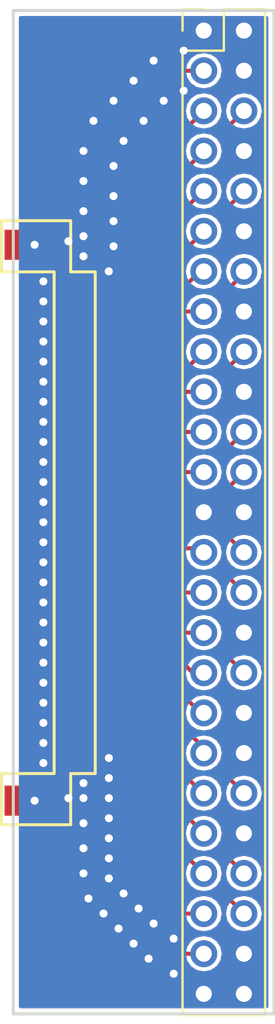
<source format=kicad_pcb>
(kicad_pcb (version 4) (host pcbnew 4.0.7)

  (general
    (links 67)
    (no_connects 2)
    (area 137.6472 101.9686 154.24872 156.1386)
    (thickness 1.6)
    (drawings 4)
    (tracks 328)
    (zones 0)
    (modules 2)
    (nets 36)
  )

  (page A4)
  (layers
    (0 F.Cu signal)
    (31 B.Cu signal)
    (32 B.Adhes user)
    (33 F.Adhes user)
    (34 B.Paste user)
    (35 F.Paste user)
    (36 B.SilkS user)
    (37 F.SilkS user)
    (38 B.Mask user)
    (39 F.Mask user)
    (40 Dwgs.User user)
    (41 Cmts.User user)
    (42 Eco1.User user)
    (43 Eco2.User user)
    (44 Edge.Cuts user)
    (45 Margin user)
    (46 B.CrtYd user)
    (47 F.CrtYd user)
    (48 B.Fab user)
    (49 F.Fab user)
  )

  (setup
    (last_trace_width 0.2)
    (trace_clearance 0.2)
    (zone_clearance 0.508)
    (zone_45_only no)
    (trace_min 0.2)
    (segment_width 0.2)
    (edge_width 0.15)
    (via_size 0.6)
    (via_drill 0.4)
    (via_min_size 0.4)
    (via_min_drill 0.3)
    (uvia_size 0.3)
    (uvia_drill 0.1)
    (uvias_allowed no)
    (uvia_min_size 0.2)
    (uvia_min_drill 0.1)
    (pcb_text_width 0.3)
    (pcb_text_size 1.5 1.5)
    (mod_edge_width 0.15)
    (mod_text_size 1 1)
    (mod_text_width 0.15)
    (pad_size 1.524 1.524)
    (pad_drill 0.762)
    (pad_to_mask_clearance 0.2)
    (aux_axis_origin 152 104)
    (visible_elements 7FFFFFFF)
    (pcbplotparams
      (layerselection 0x010f0_80000001)
      (usegerberextensions true)
      (usegerberattributes true)
      (excludeedgelayer true)
      (linewidth 0.100000)
      (plotframeref false)
      (viasonmask false)
      (mode 1)
      (useauxorigin true)
      (hpglpennumber 1)
      (hpglpenspeed 20)
      (hpglpendiameter 15)
      (hpglpenoverlay 2)
      (psnegative false)
      (psa4output false)
      (plotreference false)
      (plotvalue false)
      (plotinvisibletext false)
      (padsonsilk false)
      (subtractmaskfromsilk false)
      (outputformat 1)
      (mirror false)
      (drillshape 0)
      (scaleselection 1)
      (outputdirectory gerbers/))
  )

  (net 0 "")
  (net 1 GND)
  (net 2 "Net-(J1-Pad3)")
  (net 3 "Net-(J1-Pad5)")
  (net 4 "Net-(J1-Pad7)")
  (net 5 "Net-(J1-Pad9)")
  (net 6 "Net-(J1-Pad11)")
  (net 7 "Net-(J1-Pad13)")
  (net 8 "Net-(J1-Pad15)")
  (net 9 "Net-(J1-Pad17)")
  (net 10 "Net-(J1-Pad19)")
  (net 11 "Net-(J1-Pad21)")
  (net 12 "Net-(J1-Pad23)")
  (net 13 "Net-(J1-Pad27)")
  (net 14 "Net-(J1-Pad29)")
  (net 15 "Net-(J1-Pad31)")
  (net 16 "Net-(J1-Pad33)")
  (net 17 "Net-(J1-Pad35)")
  (net 18 "Net-(J1-Pad37)")
  (net 19 "Net-(J1-Pad39)")
  (net 20 "Net-(J1-Pad41)")
  (net 21 "Net-(J1-Pad43)")
  (net 22 "Net-(J1-Pad45)")
  (net 23 "Net-(J1-Pad47)")
  (net 24 "Net-(J1-Pad6)")
  (net 25 "Net-(J1-Pad10)")
  (net 26 "Net-(J1-Pad14)")
  (net 27 "Net-(J1-Pad18)")
  (net 28 "Net-(J1-Pad22)")
  (net 29 "Net-(J1-Pad24)")
  (net 30 "Net-(J1-Pad28)")
  (net 31 "Net-(J1-Pad30)")
  (net 32 "Net-(J1-Pad34)")
  (net 33 "Net-(J1-Pad40)")
  (net 34 "Net-(J1-Pad44)")
  (net 35 "Net-(J1-Pad46)")

  (net_class Default "This is the default net class."
    (clearance 0.2)
    (trace_width 0.2)
    (via_dia 0.6)
    (via_drill 0.4)
    (uvia_dia 0.3)
    (uvia_drill 0.1)
    (add_net GND)
    (add_net "Net-(J1-Pad10)")
    (add_net "Net-(J1-Pad11)")
    (add_net "Net-(J1-Pad13)")
    (add_net "Net-(J1-Pad14)")
    (add_net "Net-(J1-Pad15)")
    (add_net "Net-(J1-Pad17)")
    (add_net "Net-(J1-Pad18)")
    (add_net "Net-(J1-Pad19)")
    (add_net "Net-(J1-Pad21)")
    (add_net "Net-(J1-Pad22)")
    (add_net "Net-(J1-Pad23)")
    (add_net "Net-(J1-Pad24)")
    (add_net "Net-(J1-Pad27)")
    (add_net "Net-(J1-Pad28)")
    (add_net "Net-(J1-Pad29)")
    (add_net "Net-(J1-Pad3)")
    (add_net "Net-(J1-Pad30)")
    (add_net "Net-(J1-Pad31)")
    (add_net "Net-(J1-Pad33)")
    (add_net "Net-(J1-Pad34)")
    (add_net "Net-(J1-Pad35)")
    (add_net "Net-(J1-Pad37)")
    (add_net "Net-(J1-Pad39)")
    (add_net "Net-(J1-Pad40)")
    (add_net "Net-(J1-Pad41)")
    (add_net "Net-(J1-Pad43)")
    (add_net "Net-(J1-Pad44)")
    (add_net "Net-(J1-Pad45)")
    (add_net "Net-(J1-Pad46)")
    (add_net "Net-(J1-Pad47)")
    (add_net "Net-(J1-Pad5)")
    (add_net "Net-(J1-Pad6)")
    (add_net "Net-(J1-Pad7)")
    (add_net "Net-(J1-Pad9)")
  )

  (module Pin_Headers:Pin_Header_Straight_2x25_Pitch2.00mm (layer F.Cu) (tedit 5BA88720) (tstamp 5BA88708)
    (at 148.5011 105.0036)
    (descr "Through hole straight pin header, 2x25, 2.00mm pitch, double rows")
    (tags "Through hole pin header THT 2x25 2.00mm double row")
    (path /5BA88D8F)
    (fp_text reference J1 (at 1 -2.06) (layer F.SilkS) hide
      (effects (font (size 1 1) (thickness 0.15)))
    )
    (fp_text value Conn_01x50 (at 1 50.06) (layer F.Fab) hide
      (effects (font (size 1 1) (thickness 0.15)))
    )
    (fp_line (start 0 -1) (end 3 -1) (layer F.Fab) (width 0.1))
    (fp_line (start 3 -1) (end 3 49) (layer F.Fab) (width 0.1))
    (fp_line (start 3 49) (end -1 49) (layer F.Fab) (width 0.1))
    (fp_line (start -1 49) (end -1 0) (layer F.Fab) (width 0.1))
    (fp_line (start -1 0) (end 0 -1) (layer F.Fab) (width 0.1))
    (fp_line (start -1.06 49.06) (end 3.06 49.06) (layer F.SilkS) (width 0.12))
    (fp_line (start -1.06 1) (end -1.06 49.06) (layer F.SilkS) (width 0.12))
    (fp_line (start 3.06 -1.06) (end 3.06 49.06) (layer F.SilkS) (width 0.12))
    (fp_line (start -1.06 1) (end 1 1) (layer F.SilkS) (width 0.12))
    (fp_line (start 1 1) (end 1 -1.06) (layer F.SilkS) (width 0.12))
    (fp_line (start 1 -1.06) (end 3.06 -1.06) (layer F.SilkS) (width 0.12))
    (fp_line (start -1.06 0) (end -1.06 -1.06) (layer F.SilkS) (width 0.12))
    (fp_line (start -1.06 -1.06) (end 0 -1.06) (layer F.SilkS) (width 0.12))
    (fp_line (start -1.5 -1.5) (end -1.5 49.5) (layer F.CrtYd) (width 0.05))
    (fp_line (start -1.5 49.5) (end 3.5 49.5) (layer F.CrtYd) (width 0.05))
    (fp_line (start 3.5 49.5) (end 3.5 -1.5) (layer F.CrtYd) (width 0.05))
    (fp_line (start 3.5 -1.5) (end -1.5 -1.5) (layer F.CrtYd) (width 0.05))
    (fp_text user %R (at 1 24 90) (layer F.Fab)
      (effects (font (size 1 1) (thickness 0.15)))
    )
    (pad 1 thru_hole rect (at 0 0) (size 1.35 1.35) (drill 0.8) (layers *.Cu *.Mask)
      (net 1 GND))
    (pad 2 thru_hole oval (at 2 0) (size 1.35 1.35) (drill 0.8) (layers *.Cu *.Mask)
      (net 1 GND))
    (pad 3 thru_hole oval (at 0 2) (size 1.35 1.35) (drill 0.8) (layers *.Cu *.Mask)
      (net 2 "Net-(J1-Pad3)"))
    (pad 4 thru_hole oval (at 2 2) (size 1.35 1.35) (drill 0.8) (layers *.Cu *.Mask)
      (net 1 GND))
    (pad 5 thru_hole oval (at 0 4) (size 1.35 1.35) (drill 0.8) (layers *.Cu *.Mask)
      (net 3 "Net-(J1-Pad5)"))
    (pad 6 thru_hole oval (at 2 4) (size 1.35 1.35) (drill 0.8) (layers *.Cu *.Mask)
      (net 24 "Net-(J1-Pad6)"))
    (pad 7 thru_hole oval (at 0 6) (size 1.35 1.35) (drill 0.8) (layers *.Cu *.Mask)
      (net 4 "Net-(J1-Pad7)"))
    (pad 8 thru_hole oval (at 2 6) (size 1.35 1.35) (drill 0.8) (layers *.Cu *.Mask)
      (net 1 GND))
    (pad 9 thru_hole oval (at 0 8) (size 1.35 1.35) (drill 0.8) (layers *.Cu *.Mask)
      (net 5 "Net-(J1-Pad9)"))
    (pad 10 thru_hole oval (at 2 8) (size 1.35 1.35) (drill 0.8) (layers *.Cu *.Mask)
      (net 25 "Net-(J1-Pad10)"))
    (pad 11 thru_hole oval (at 0 10) (size 1.35 1.35) (drill 0.8) (layers *.Cu *.Mask)
      (net 6 "Net-(J1-Pad11)"))
    (pad 12 thru_hole oval (at 2 10) (size 1.35 1.35) (drill 0.8) (layers *.Cu *.Mask)
      (net 1 GND))
    (pad 13 thru_hole oval (at 0 12) (size 1.35 1.35) (drill 0.8) (layers *.Cu *.Mask)
      (net 7 "Net-(J1-Pad13)"))
    (pad 14 thru_hole oval (at 2 12) (size 1.35 1.35) (drill 0.8) (layers *.Cu *.Mask)
      (net 26 "Net-(J1-Pad14)"))
    (pad 15 thru_hole oval (at 0 14) (size 1.35 1.35) (drill 0.8) (layers *.Cu *.Mask)
      (net 8 "Net-(J1-Pad15)"))
    (pad 16 thru_hole oval (at 2 14) (size 1.35 1.35) (drill 0.8) (layers *.Cu *.Mask)
      (net 1 GND))
    (pad 17 thru_hole oval (at 0 16) (size 1.35 1.35) (drill 0.8) (layers *.Cu *.Mask)
      (net 9 "Net-(J1-Pad17)"))
    (pad 18 thru_hole oval (at 2 16) (size 1.35 1.35) (drill 0.8) (layers *.Cu *.Mask)
      (net 27 "Net-(J1-Pad18)"))
    (pad 19 thru_hole oval (at 0 18) (size 1.35 1.35) (drill 0.8) (layers *.Cu *.Mask)
      (net 10 "Net-(J1-Pad19)"))
    (pad 20 thru_hole oval (at 2 18) (size 1.35 1.35) (drill 0.8) (layers *.Cu *.Mask)
      (net 1 GND))
    (pad 21 thru_hole oval (at 0 20) (size 1.35 1.35) (drill 0.8) (layers *.Cu *.Mask)
      (net 11 "Net-(J1-Pad21)"))
    (pad 22 thru_hole oval (at 2 20) (size 1.35 1.35) (drill 0.8) (layers *.Cu *.Mask)
      (net 28 "Net-(J1-Pad22)"))
    (pad 23 thru_hole oval (at 0 22) (size 1.35 1.35) (drill 0.8) (layers *.Cu *.Mask)
      (net 12 "Net-(J1-Pad23)"))
    (pad 24 thru_hole oval (at 2 22) (size 1.35 1.35) (drill 0.8) (layers *.Cu *.Mask)
      (net 29 "Net-(J1-Pad24)"))
    (pad 25 thru_hole oval (at 0 24) (size 1.35 1.35) (drill 0.8) (layers *.Cu *.Mask)
      (net 1 GND))
    (pad 26 thru_hole oval (at 2 24) (size 1.35 1.35) (drill 0.8) (layers *.Cu *.Mask)
      (net 1 GND))
    (pad 27 thru_hole oval (at 0 26) (size 1.35 1.35) (drill 0.8) (layers *.Cu *.Mask)
      (net 13 "Net-(J1-Pad27)"))
    (pad 28 thru_hole oval (at 2 26) (size 1.35 1.35) (drill 0.8) (layers *.Cu *.Mask)
      (net 30 "Net-(J1-Pad28)"))
    (pad 29 thru_hole oval (at 0 28) (size 1.35 1.35) (drill 0.8) (layers *.Cu *.Mask)
      (net 14 "Net-(J1-Pad29)"))
    (pad 30 thru_hole oval (at 2 28) (size 1.35 1.35) (drill 0.8) (layers *.Cu *.Mask)
      (net 31 "Net-(J1-Pad30)"))
    (pad 31 thru_hole oval (at 0 30) (size 1.35 1.35) (drill 0.8) (layers *.Cu *.Mask)
      (net 15 "Net-(J1-Pad31)"))
    (pad 32 thru_hole oval (at 2 30) (size 1.35 1.35) (drill 0.8) (layers *.Cu *.Mask)
      (net 1 GND))
    (pad 33 thru_hole oval (at 0 32) (size 1.35 1.35) (drill 0.8) (layers *.Cu *.Mask)
      (net 16 "Net-(J1-Pad33)"))
    (pad 34 thru_hole oval (at 2 32) (size 1.35 1.35) (drill 0.8) (layers *.Cu *.Mask)
      (net 32 "Net-(J1-Pad34)"))
    (pad 35 thru_hole oval (at 0 34) (size 1.35 1.35) (drill 0.8) (layers *.Cu *.Mask)
      (net 17 "Net-(J1-Pad35)"))
    (pad 36 thru_hole oval (at 2 34) (size 1.35 1.35) (drill 0.8) (layers *.Cu *.Mask)
      (net 1 GND))
    (pad 37 thru_hole oval (at 0 36) (size 1.35 1.35) (drill 0.8) (layers *.Cu *.Mask)
      (net 18 "Net-(J1-Pad37)"))
    (pad 38 thru_hole oval (at 2 36) (size 1.35 1.35) (drill 0.8) (layers *.Cu *.Mask)
      (net 1 GND))
    (pad 39 thru_hole oval (at 0 38) (size 1.35 1.35) (drill 0.8) (layers *.Cu *.Mask)
      (net 19 "Net-(J1-Pad39)"))
    (pad 40 thru_hole oval (at 2 38) (size 1.35 1.35) (drill 0.8) (layers *.Cu *.Mask)
      (net 33 "Net-(J1-Pad40)"))
    (pad 41 thru_hole oval (at 0 40) (size 1.35 1.35) (drill 0.8) (layers *.Cu *.Mask)
      (net 20 "Net-(J1-Pad41)"))
    (pad 42 thru_hole oval (at 2 40) (size 1.35 1.35) (drill 0.8) (layers *.Cu *.Mask)
      (net 1 GND))
    (pad 43 thru_hole oval (at 0 42) (size 1.35 1.35) (drill 0.8) (layers *.Cu *.Mask)
      (net 21 "Net-(J1-Pad43)"))
    (pad 44 thru_hole oval (at 2 42) (size 1.35 1.35) (drill 0.8) (layers *.Cu *.Mask)
      (net 34 "Net-(J1-Pad44)"))
    (pad 45 thru_hole oval (at 0 44) (size 1.35 1.35) (drill 0.8) (layers *.Cu *.Mask)
      (net 22 "Net-(J1-Pad45)"))
    (pad 46 thru_hole oval (at 2 44) (size 1.35 1.35) (drill 0.8) (layers *.Cu *.Mask)
      (net 35 "Net-(J1-Pad46)"))
    (pad 47 thru_hole oval (at 0 46) (size 1.35 1.35) (drill 0.8) (layers *.Cu *.Mask)
      (net 23 "Net-(J1-Pad47)"))
    (pad 48 thru_hole oval (at 2 46) (size 1.35 1.35) (drill 0.8) (layers *.Cu *.Mask)
      (net 1 GND))
    (pad 49 thru_hole oval (at 0 48) (size 1.35 1.35) (drill 0.8) (layers *.Cu *.Mask)
      (net 1 GND))
    (pad 50 thru_hole oval (at 2 48) (size 1.35 1.35) (drill 0.8) (layers *.Cu *.Mask)
      (net 1 GND))
    (model ${KISYS3DMOD}/Pin_Headers.3dshapes/Pin_Header_Straight_2x25_Pitch2.00mm.wrl
      (at (xyz 0 0 0))
      (scale (xyz 1 1 1))
      (rotate (xyz 0 0 0))
    )
  )

  (module .pretty:FPC_50 (layer F.Cu) (tedit 5BA88725) (tstamp 5BA88740)
    (at 142.0622 129.5256 270)
    (path /5BA88DE6)
    (fp_text reference J2 (at 0 1.95 270) (layer F.SilkS) hide
      (effects (font (size 1.2 1.2) (thickness 0.15)))
    )
    (fp_text value Conn_01x50_shd (at 0 3.3 270) (layer F.Fab) hide
      (effects (font (size 1.2 1.2) (thickness 0.15)))
    )
    (fp_line (start -12.5 -1.025) (end 12.5 -1.025) (layer F.SilkS) (width 0.15))
    (fp_line (start -12.5 1.025) (end 12.5 1.025) (layer F.SilkS) (width 0.15))
    (fp_line (start -12.5 1.025) (end -12.5 3.65) (layer F.SilkS) (width 0.15))
    (fp_line (start 12.5 1.025) (end 12.5 3.65) (layer F.SilkS) (width 0.15))
    (fp_line (start -12.5 3.65) (end -15.05 3.65) (layer F.SilkS) (width 0.15))
    (fp_line (start 12.5 3.65) (end 15.05 3.65) (layer F.SilkS) (width 0.15))
    (fp_line (start -15.05 3.65) (end -15.05 0.2) (layer F.SilkS) (width 0.15))
    (fp_line (start 15.05 3.65) (end 15.05 0.2) (layer F.SilkS) (width 0.15))
    (fp_line (start -15.05 0.2) (end -12.5 0.2) (layer F.SilkS) (width 0.15))
    (fp_line (start 15.05 0.2) (end 12.5 0.2) (layer F.SilkS) (width 0.15))
    (fp_line (start -12.5 0.2) (end -12.5 -1.025) (layer F.SilkS) (width 0.15))
    (fp_line (start 12.5 0.2) (end 12.5 -1.025) (layer F.SilkS) (width 0.15))
    (pad 1 smd rect (at -12.25 0 270) (size 0.25 1.6) (layers F.Cu F.Paste F.Mask)
      (net 1 GND))
    (pad 2 smd rect (at -11.75 0 270) (size 0.25 1.6) (layers F.Cu F.Paste F.Mask)
      (net 1 GND))
    (pad 3 smd rect (at -11.25 0 270) (size 0.25 1.6) (layers F.Cu F.Paste F.Mask)
      (net 2 "Net-(J1-Pad3)"))
    (pad 4 smd rect (at -10.75 0 270) (size 0.25 1.6) (layers F.Cu F.Paste F.Mask)
      (net 1 GND))
    (pad 5 smd rect (at -10.25 0 270) (size 0.25 1.6) (layers F.Cu F.Paste F.Mask)
      (net 3 "Net-(J1-Pad5)"))
    (pad 6 smd rect (at -9.75 0 270) (size 0.25 1.6) (layers F.Cu F.Paste F.Mask)
      (net 24 "Net-(J1-Pad6)"))
    (pad 7 smd rect (at -9.25 0 270) (size 0.25 1.6) (layers F.Cu F.Paste F.Mask)
      (net 4 "Net-(J1-Pad7)"))
    (pad 8 smd rect (at -8.75 0 270) (size 0.25 1.6) (layers F.Cu F.Paste F.Mask)
      (net 1 GND))
    (pad 9 smd rect (at -8.25 0 270) (size 0.25 1.6) (layers F.Cu F.Paste F.Mask)
      (net 5 "Net-(J1-Pad9)"))
    (pad 10 smd rect (at -7.75 0 270) (size 0.25 1.6) (layers F.Cu F.Paste F.Mask)
      (net 25 "Net-(J1-Pad10)"))
    (pad 11 smd rect (at -7.25 0 270) (size 0.25 1.6) (layers F.Cu F.Paste F.Mask)
      (net 6 "Net-(J1-Pad11)"))
    (pad 12 smd rect (at -6.75 0 270) (size 0.25 1.6) (layers F.Cu F.Paste F.Mask)
      (net 1 GND))
    (pad 13 smd rect (at -6.25 0 270) (size 0.25 1.6) (layers F.Cu F.Paste F.Mask)
      (net 7 "Net-(J1-Pad13)"))
    (pad 14 smd rect (at -5.75 0 270) (size 0.25 1.6) (layers F.Cu F.Paste F.Mask)
      (net 26 "Net-(J1-Pad14)"))
    (pad 15 smd rect (at -5.25 0 270) (size 0.25 1.6) (layers F.Cu F.Paste F.Mask)
      (net 8 "Net-(J1-Pad15)"))
    (pad 16 smd rect (at -4.75 0 270) (size 0.25 1.6) (layers F.Cu F.Paste F.Mask)
      (net 1 GND))
    (pad 17 smd rect (at -4.25 0 270) (size 0.25 1.6) (layers F.Cu F.Paste F.Mask)
      (net 9 "Net-(J1-Pad17)"))
    (pad 18 smd rect (at -3.75 0 270) (size 0.25 1.6) (layers F.Cu F.Paste F.Mask)
      (net 27 "Net-(J1-Pad18)"))
    (pad 19 smd rect (at -3.25 0 270) (size 0.25 1.6) (layers F.Cu F.Paste F.Mask)
      (net 10 "Net-(J1-Pad19)"))
    (pad 20 smd rect (at -2.75 0 270) (size 0.25 1.6) (layers F.Cu F.Paste F.Mask)
      (net 1 GND))
    (pad 21 smd rect (at -2.25 0 270) (size 0.25 1.6) (layers F.Cu F.Paste F.Mask)
      (net 11 "Net-(J1-Pad21)"))
    (pad 22 smd rect (at -1.75 0 270) (size 0.25 1.6) (layers F.Cu F.Paste F.Mask)
      (net 28 "Net-(J1-Pad22)"))
    (pad 23 smd rect (at -1.25 0 270) (size 0.25 1.6) (layers F.Cu F.Paste F.Mask)
      (net 12 "Net-(J1-Pad23)"))
    (pad 24 smd rect (at -0.75 0 270) (size 0.25 1.6) (layers F.Cu F.Paste F.Mask)
      (net 29 "Net-(J1-Pad24)"))
    (pad 25 smd rect (at -0.25 0 270) (size 0.25 1.6) (layers F.Cu F.Paste F.Mask)
      (net 1 GND))
    (pad 26 smd rect (at 0.25 0 270) (size 0.25 1.6) (layers F.Cu F.Paste F.Mask)
      (net 1 GND))
    (pad 27 smd rect (at 0.75 0 270) (size 0.25 1.6) (layers F.Cu F.Paste F.Mask)
      (net 30 "Net-(J1-Pad28)"))
    (pad 28 smd rect (at 1.25 0 270) (size 0.25 1.6) (layers F.Cu F.Paste F.Mask)
      (net 13 "Net-(J1-Pad27)"))
    (pad 29 smd rect (at 1.75 0 270) (size 0.25 1.6) (layers F.Cu F.Paste F.Mask)
      (net 31 "Net-(J1-Pad30)"))
    (pad 30 smd rect (at 2.25 0 270) (size 0.25 1.6) (layers F.Cu F.Paste F.Mask)
      (net 14 "Net-(J1-Pad29)"))
    (pad 31 smd rect (at 2.75 0 270) (size 0.25 1.6) (layers F.Cu F.Paste F.Mask)
      (net 1 GND))
    (pad 32 smd rect (at 3.25 0 270) (size 0.25 1.6) (layers F.Cu F.Paste F.Mask)
      (net 15 "Net-(J1-Pad31)"))
    (pad 33 smd rect (at 3.75 0 270) (size 0.25 1.6) (layers F.Cu F.Paste F.Mask)
      (net 32 "Net-(J1-Pad34)"))
    (pad 34 smd rect (at 4.25 0 270) (size 0.25 1.6) (layers F.Cu F.Paste F.Mask)
      (net 16 "Net-(J1-Pad33)"))
    (pad 35 smd rect (at 4.75 0 270) (size 0.25 1.6) (layers F.Cu F.Paste F.Mask)
      (net 1 GND))
    (pad 36 smd rect (at 5.25 0 270) (size 0.25 1.6) (layers F.Cu F.Paste F.Mask)
      (net 17 "Net-(J1-Pad35)"))
    (pad 37 smd rect (at 5.75 0 270) (size 0.25 1.6) (layers F.Cu F.Paste F.Mask)
      (net 18 "Net-(J1-Pad37)"))
    (pad 38 smd rect (at 6.25 0 270) (size 0.25 1.6) (layers F.Cu F.Paste F.Mask)
      (net 33 "Net-(J1-Pad40)"))
    (pad 39 smd rect (at 6.75 0 270) (size 0.25 1.6) (layers F.Cu F.Paste F.Mask)
      (net 1 GND))
    (pad 40 smd rect (at 7.25 0 270) (size 0.25 1.6) (layers F.Cu F.Paste F.Mask)
      (net 19 "Net-(J1-Pad39)"))
    (pad 41 smd rect (at 7.75 0 270) (size 0.25 1.6) (layers F.Cu F.Paste F.Mask)
      (net 20 "Net-(J1-Pad41)"))
    (pad 42 smd rect (at 8.25 0 270) (size 0.25 1.6) (layers F.Cu F.Paste F.Mask)
      (net 34 "Net-(J1-Pad44)"))
    (pad 43 smd rect (at 8.75 0 270) (size 0.25 1.6) (layers F.Cu F.Paste F.Mask)
      (net 1 GND))
    (pad 44 smd rect (at 9.25 0 270) (size 0.25 1.6) (layers F.Cu F.Paste F.Mask)
      (net 21 "Net-(J1-Pad43)"))
    (pad 45 smd rect (at 9.75 0 270) (size 0.25 1.6) (layers F.Cu F.Paste F.Mask)
      (net 35 "Net-(J1-Pad46)"))
    (pad 46 smd rect (at 10.25 0 270) (size 0.25 1.6) (layers F.Cu F.Paste F.Mask)
      (net 22 "Net-(J1-Pad45)"))
    (pad 47 smd rect (at 10.75 0 270) (size 0.25 1.6) (layers F.Cu F.Paste F.Mask)
      (net 1 GND))
    (pad 48 smd rect (at 11.25 0 270) (size 0.25 1.6) (layers F.Cu F.Paste F.Mask)
      (net 23 "Net-(J1-Pad47)"))
    (pad 49 smd rect (at 11.75 0 270) (size 0.25 1.6) (layers F.Cu F.Paste F.Mask)
      (net 1 GND))
    (pad 50 smd rect (at 12.25 0 270) (size 0.25 1.6) (layers F.Cu F.Paste F.Mask)
      (net 1 GND))
    (pad 0 smd rect (at -13.85 2 270) (size 1.5 3) (layers F.Cu F.Paste F.Mask)
      (net 1 GND))
    (pad 0 smd rect (at 13.85 2 270) (size 1.5 3) (layers F.Cu F.Paste F.Mask)
      (net 1 GND))
  )

  (gr_line (start 139 154) (end 139 104) (layer Edge.Cuts) (width 0.15))
  (gr_line (start 152 154) (end 139 154) (layer Edge.Cuts) (width 0.15))
  (gr_line (start 152 104) (end 152 154) (layer Edge.Cuts) (width 0.15))
  (gr_line (start 139 104) (end 152 104) (layer Edge.Cuts) (width 0.15))

  (segment (start 140.0622 115.6756) (end 141.5744 115.6756) (width 0.2) (layer F.Cu) (net 1))
  (segment (start 141.5744 115.6756) (end 141.75 115.5) (width 0.2) (layer F.Cu) (net 1))
  (via (at 141.75 115.5) (size 0.6) (drill 0.4) (layers F.Cu B.Cu) (net 1))
  (via (at 140.0622 115.6756) (size 0.6) (drill 0.4) (layers F.Cu B.Cu) (net 1))
  (segment (start 140.0622 143.3756) (end 141.6244 143.3756) (width 0.2) (layer F.Cu) (net 1))
  (segment (start 141.6244 143.3756) (end 141.75 143.25) (width 0.2) (layer F.Cu) (net 1))
  (via (at 141.75 143.25) (size 0.6) (drill 0.4) (layers F.Cu B.Cu) (net 1))
  (via (at 140.0622 143.3756) (size 0.6) (drill 0.4) (layers F.Cu B.Cu) (net 1))
  (segment (start 142.5 143.25) (end 142.5 142.5) (width 0.2) (layer B.Cu) (net 1))
  (via (at 142.5 142.5) (size 0.6) (drill 0.4) (layers F.Cu B.Cu) (net 1))
  (segment (start 142.5 144.5) (end 142.5 143.25) (width 0.2) (layer F.Cu) (net 1))
  (via (at 142.5 143.25) (size 0.6) (drill 0.4) (layers F.Cu B.Cu) (net 1))
  (segment (start 142.5 145.75) (end 142.5 144.5) (width 0.2) (layer B.Cu) (net 1))
  (via (at 142.5 144.5) (size 0.6) (drill 0.4) (layers F.Cu B.Cu) (net 1))
  (segment (start 142.5 147) (end 142.5 145.75) (width 0.2) (layer F.Cu) (net 1))
  (via (at 142.5 145.75) (size 0.6) (drill 0.4) (layers F.Cu B.Cu) (net 1))
  (segment (start 142.75 148.25) (end 142.75 147.25) (width 0.2) (layer B.Cu) (net 1))
  (segment (start 142.75 147.25) (end 142.5 147) (width 0.2) (layer B.Cu) (net 1))
  (via (at 142.5 147) (size 0.6) (drill 0.4) (layers F.Cu B.Cu) (net 1))
  (segment (start 143.5 149) (end 142.75 148.25) (width 0.2) (layer F.Cu) (net 1))
  (via (at 142.75 148.25) (size 0.6) (drill 0.4) (layers F.Cu B.Cu) (net 1))
  (segment (start 144.25 149.75) (end 143.5 149) (width 0.2) (layer B.Cu) (net 1))
  (via (at 143.5 149) (size 0.6) (drill 0.4) (layers F.Cu B.Cu) (net 1))
  (segment (start 145 150.5) (end 144.25 149.75) (width 0.2) (layer F.Cu) (net 1))
  (via (at 144.25 149.75) (size 0.6) (drill 0.4) (layers F.Cu B.Cu) (net 1))
  (segment (start 145.75 151.25) (end 145 150.5) (width 0.2) (layer B.Cu) (net 1))
  (via (at 145 150.5) (size 0.6) (drill 0.4) (layers F.Cu B.Cu) (net 1))
  (segment (start 147 152) (end 146.5 152) (width 0.2) (layer F.Cu) (net 1))
  (segment (start 146.5 152) (end 145.75 151.25) (width 0.2) (layer F.Cu) (net 1))
  (via (at 145.75 151.25) (size 0.6) (drill 0.4) (layers F.Cu B.Cu) (net 1))
  (segment (start 147 150.25) (end 147 152) (width 0.2) (layer B.Cu) (net 1))
  (via (at 147 152) (size 0.6) (drill 0.4) (layers F.Cu B.Cu) (net 1))
  (segment (start 146 149.5) (end 146.25 149.5) (width 0.2) (layer F.Cu) (net 1))
  (segment (start 146.25 149.5) (end 147 150.25) (width 0.2) (layer F.Cu) (net 1))
  (via (at 147 150.25) (size 0.6) (drill 0.4) (layers F.Cu B.Cu) (net 1))
  (segment (start 145.25 148.75) (end 146 149.5) (width 0.2) (layer B.Cu) (net 1))
  (via (at 146 149.5) (size 0.6) (drill 0.4) (layers F.Cu B.Cu) (net 1))
  (segment (start 144.5 148) (end 145.25 148.75) (width 0.2) (layer F.Cu) (net 1))
  (via (at 145.25 148.75) (size 0.6) (drill 0.4) (layers F.Cu B.Cu) (net 1))
  (segment (start 143.7671 147.25) (end 143.7671 147.2671) (width 0.2) (layer B.Cu) (net 1))
  (segment (start 143.7671 147.2671) (end 144.5 148) (width 0.2) (layer B.Cu) (net 1))
  (via (at 144.5 148) (size 0.6) (drill 0.4) (layers F.Cu B.Cu) (net 1))
  (segment (start 143.7671 146.25) (end 143.7671 147.25) (width 0.2) (layer F.Cu) (net 1))
  (via (at 143.7671 147.25) (size 0.6) (drill 0.4) (layers F.Cu B.Cu) (net 1))
  (segment (start 143.7671 145.25) (end 143.7671 146.25) (width 0.2) (layer B.Cu) (net 1))
  (via (at 143.7671 146.25) (size 0.6) (drill 0.4) (layers F.Cu B.Cu) (net 1))
  (segment (start 143.7671 144.25) (end 143.7671 145.25) (width 0.2) (layer F.Cu) (net 1))
  (via (at 143.7671 145.25) (size 0.6) (drill 0.4) (layers F.Cu B.Cu) (net 1))
  (segment (start 143.7671 143.25) (end 143.7671 144.25) (width 0.2) (layer B.Cu) (net 1))
  (via (at 143.7671 144.25) (size 0.6) (drill 0.4) (layers F.Cu B.Cu) (net 1))
  (segment (start 143.7671 142.25) (end 143.7671 143.25) (width 0.2) (layer F.Cu) (net 1))
  (via (at 143.7671 143.25) (size 0.6) (drill 0.4) (layers F.Cu B.Cu) (net 1))
  (segment (start 143.7671 141.25) (end 143.7671 142.25) (width 0.2) (layer B.Cu) (net 1))
  (via (at 143.7671 142.25) (size 0.6) (drill 0.4) (layers F.Cu B.Cu) (net 1))
  (segment (start 142.0622 140.2756) (end 143.092901 140.2756) (width 0.2) (layer F.Cu) (net 1))
  (segment (start 143.092901 140.2756) (end 143.7671 140.949799) (width 0.2) (layer F.Cu) (net 1))
  (segment (start 143.7671 140.949799) (end 143.7671 141.25) (width 0.2) (layer F.Cu) (net 1))
  (via (at 143.7671 141.25) (size 0.6) (drill 0.4) (layers F.Cu B.Cu) (net 1))
  (segment (start 142.5 115.25) (end 142.5 116.25) (width 0.2) (layer F.Cu) (net 1))
  (via (at 142.5 116.25) (size 0.6) (drill 0.4) (layers F.Cu B.Cu) (net 1))
  (segment (start 142.5 114) (end 142.5 115.25) (width 0.2) (layer B.Cu) (net 1))
  (via (at 142.5 115.25) (size 0.6) (drill 0.4) (layers F.Cu B.Cu) (net 1))
  (segment (start 142.5 112.5) (end 142.5 114) (width 0.2) (layer F.Cu) (net 1))
  (via (at 142.5 114) (size 0.6) (drill 0.4) (layers F.Cu B.Cu) (net 1))
  (segment (start 142.5 111) (end 142.5 112.5) (width 0.2) (layer B.Cu) (net 1))
  (via (at 142.5 112.5) (size 0.6) (drill 0.4) (layers F.Cu B.Cu) (net 1))
  (segment (start 143 109.5) (end 142.5 110) (width 0.2) (layer F.Cu) (net 1))
  (segment (start 142.5 110) (end 142.5 111) (width 0.2) (layer F.Cu) (net 1))
  (via (at 142.5 111) (size 0.6) (drill 0.4) (layers F.Cu B.Cu) (net 1))
  (segment (start 144 108.5) (end 143 109.5) (width 0.2) (layer B.Cu) (net 1))
  (via (at 143 109.5) (size 0.6) (drill 0.4) (layers F.Cu B.Cu) (net 1))
  (segment (start 145 107.5) (end 144 108.5) (width 0.2) (layer F.Cu) (net 1))
  (via (at 144 108.5) (size 0.6) (drill 0.4) (layers F.Cu B.Cu) (net 1))
  (segment (start 146 106.5) (end 145 107.5) (width 0.2) (layer B.Cu) (net 1))
  (via (at 145 107.5) (size 0.6) (drill 0.4) (layers F.Cu B.Cu) (net 1))
  (segment (start 147.5 106) (end 146.5 106) (width 0.2) (layer F.Cu) (net 1))
  (segment (start 146.5 106) (end 146 106.5) (width 0.2) (layer F.Cu) (net 1))
  (via (at 146 106.5) (size 0.6) (drill 0.4) (layers F.Cu B.Cu) (net 1))
  (segment (start 147.5 108) (end 147.5 106) (width 0.2) (layer B.Cu) (net 1))
  (via (at 147.5 106) (size 0.6) (drill 0.4) (layers F.Cu B.Cu) (net 1))
  (segment (start 146.5 108.5) (end 147 108.5) (width 0.2) (layer F.Cu) (net 1))
  (segment (start 147 108.5) (end 147.5 108) (width 0.2) (layer F.Cu) (net 1))
  (via (at 147.5 108) (size 0.6) (drill 0.4) (layers F.Cu B.Cu) (net 1))
  (segment (start 145.5 109.5) (end 146.5 108.5) (width 0.2) (layer B.Cu) (net 1))
  (via (at 146.5 108.5) (size 0.6) (drill 0.4) (layers F.Cu B.Cu) (net 1))
  (segment (start 144.5 110.5) (end 145.5 109.5) (width 0.2) (layer F.Cu) (net 1))
  (via (at 145.5 109.5) (size 0.6) (drill 0.4) (layers F.Cu B.Cu) (net 1))
  (segment (start 144 111.75) (end 144 111) (width 0.2) (layer B.Cu) (net 1))
  (segment (start 144 111) (end 144.5 110.5) (width 0.2) (layer B.Cu) (net 1))
  (via (at 144.5 110.5) (size 0.6) (drill 0.4) (layers F.Cu B.Cu) (net 1))
  (segment (start 144 113.25) (end 144 111.75) (width 0.2) (layer F.Cu) (net 1))
  (via (at 144 111.75) (size 0.6) (drill 0.4) (layers F.Cu B.Cu) (net 1))
  (segment (start 144 114.5) (end 144 113.25) (width 0.2) (layer B.Cu) (net 1))
  (via (at 144 113.25) (size 0.6) (drill 0.4) (layers F.Cu B.Cu) (net 1))
  (segment (start 144 115.75) (end 144 114.5) (width 0.2) (layer F.Cu) (net 1))
  (via (at 144 114.5) (size 0.6) (drill 0.4) (layers F.Cu B.Cu) (net 1))
  (segment (start 143.762201 117.000818) (end 143.762201 115.987799) (width 0.2) (layer B.Cu) (net 1))
  (segment (start 143.762201 115.987799) (end 144 115.75) (width 0.2) (layer B.Cu) (net 1))
  (via (at 144 115.75) (size 0.6) (drill 0.4) (layers F.Cu B.Cu) (net 1))
  (segment (start 143.562211 118.30629) (end 143.562211 117.200808) (width 0.2) (layer F.Cu) (net 1))
  (segment (start 143.562211 117.200808) (end 143.762201 117.000818) (width 0.2) (layer F.Cu) (net 1))
  (via (at 143.762201 117.000818) (size 0.6) (drill 0.4) (layers F.Cu B.Cu) (net 1))
  (segment (start 142.0622 118.7756) (end 143.092901 118.7756) (width 0.2) (layer F.Cu) (net 1))
  (segment (start 143.092901 118.7756) (end 143.562211 118.30629) (width 0.2) (layer F.Cu) (net 1))
  (segment (start 140.5 118.5) (end 140.5 117.5) (width 0.2) (layer F.Cu) (net 1))
  (via (at 140.5 117.5) (size 0.6) (drill 0.4) (layers F.Cu B.Cu) (net 1))
  (segment (start 140.5 119.5) (end 140.5 118.5) (width 0.2) (layer B.Cu) (net 1))
  (via (at 140.5 118.5) (size 0.6) (drill 0.4) (layers F.Cu B.Cu) (net 1))
  (segment (start 140.5 120.5) (end 140.5 119.5) (width 0.2) (layer F.Cu) (net 1))
  (via (at 140.5 119.5) (size 0.6) (drill 0.4) (layers F.Cu B.Cu) (net 1))
  (segment (start 140.5 121.5) (end 140.5 120.5) (width 0.2) (layer B.Cu) (net 1))
  (via (at 140.5 120.5) (size 0.6) (drill 0.4) (layers F.Cu B.Cu) (net 1))
  (segment (start 140.5 122.5) (end 140.5 121.5) (width 0.2) (layer F.Cu) (net 1))
  (via (at 140.5 121.5) (size 0.6) (drill 0.4) (layers F.Cu B.Cu) (net 1))
  (segment (start 140.5 123.5) (end 140.5 122.5) (width 0.2) (layer B.Cu) (net 1))
  (via (at 140.5 122.5) (size 0.6) (drill 0.4) (layers F.Cu B.Cu) (net 1))
  (segment (start 140.5 124.5) (end 140.5 123.5) (width 0.2) (layer F.Cu) (net 1))
  (via (at 140.5 123.5) (size 0.6) (drill 0.4) (layers F.Cu B.Cu) (net 1))
  (segment (start 140.5 125.5) (end 140.5 124.5) (width 0.2) (layer B.Cu) (net 1))
  (via (at 140.5 124.5) (size 0.6) (drill 0.4) (layers F.Cu B.Cu) (net 1))
  (segment (start 140.5 126.5) (end 140.5 125.5) (width 0.2) (layer F.Cu) (net 1))
  (via (at 140.5 125.5) (size 0.6) (drill 0.4) (layers F.Cu B.Cu) (net 1))
  (segment (start 140.5 127.5) (end 140.5 126.5) (width 0.2) (layer B.Cu) (net 1))
  (via (at 140.5 126.5) (size 0.6) (drill 0.4) (layers F.Cu B.Cu) (net 1))
  (segment (start 140.5 128.5) (end 140.5 127.5) (width 0.2) (layer F.Cu) (net 1))
  (via (at 140.5 127.5) (size 0.6) (drill 0.4) (layers F.Cu B.Cu) (net 1))
  (segment (start 140.5 129.5) (end 140.5 128.5) (width 0.2) (layer B.Cu) (net 1))
  (via (at 140.5 128.5) (size 0.6) (drill 0.4) (layers F.Cu B.Cu) (net 1))
  (segment (start 140.5 130.5) (end 140.5 129.5) (width 0.2) (layer F.Cu) (net 1))
  (via (at 140.5 129.5) (size 0.6) (drill 0.4) (layers F.Cu B.Cu) (net 1))
  (segment (start 140.5 131.5) (end 140.5 130.5) (width 0.2) (layer B.Cu) (net 1))
  (via (at 140.5 130.5) (size 0.6) (drill 0.4) (layers F.Cu B.Cu) (net 1))
  (segment (start 140.5 132.5) (end 140.5 131.5) (width 0.2) (layer F.Cu) (net 1))
  (via (at 140.5 131.5) (size 0.6) (drill 0.4) (layers F.Cu B.Cu) (net 1))
  (segment (start 140.5 133.5) (end 140.5 132.5) (width 0.2) (layer B.Cu) (net 1))
  (via (at 140.5 132.5) (size 0.6) (drill 0.4) (layers F.Cu B.Cu) (net 1))
  (segment (start 140.5 134.5) (end 140.5 133.5) (width 0.2) (layer F.Cu) (net 1))
  (via (at 140.5 133.5) (size 0.6) (drill 0.4) (layers F.Cu B.Cu) (net 1))
  (segment (start 140.5 135.5) (end 140.5 134.5) (width 0.2) (layer B.Cu) (net 1))
  (via (at 140.5 134.5) (size 0.6) (drill 0.4) (layers F.Cu B.Cu) (net 1))
  (segment (start 140.5 136.5) (end 140.5 135.5) (width 0.2) (layer F.Cu) (net 1))
  (via (at 140.5 135.5) (size 0.6) (drill 0.4) (layers F.Cu B.Cu) (net 1))
  (segment (start 140.5 137.5) (end 140.5 136.5) (width 0.2) (layer B.Cu) (net 1))
  (via (at 140.5 136.5) (size 0.6) (drill 0.4) (layers F.Cu B.Cu) (net 1))
  (segment (start 140.5 138.5) (end 140.5 137.5) (width 0.2) (layer F.Cu) (net 1))
  (via (at 140.5 137.5) (size 0.6) (drill 0.4) (layers F.Cu B.Cu) (net 1))
  (segment (start 140.5 139.5) (end 140.5 138.5) (width 0.2) (layer B.Cu) (net 1))
  (via (at 140.5 138.5) (size 0.6) (drill 0.4) (layers F.Cu B.Cu) (net 1))
  (segment (start 140.5 140.5) (end 140.5 139.5) (width 0.2) (layer F.Cu) (net 1))
  (via (at 140.5 139.5) (size 0.6) (drill 0.4) (layers F.Cu B.Cu) (net 1))
  (segment (start 140.5 141.5) (end 140.5 140.5) (width 0.2) (layer B.Cu) (net 1))
  (via (at 140.5 140.5) (size 0.6) (drill 0.4) (layers F.Cu B.Cu) (net 1))
  (segment (start 142.0622 141.7756) (end 140.7756 141.7756) (width 0.2) (layer F.Cu) (net 1))
  (segment (start 140.7756 141.7756) (end 140.5 141.5) (width 0.2) (layer F.Cu) (net 1))
  (via (at 140.5 141.5) (size 0.6) (drill 0.4) (layers F.Cu B.Cu) (net 1))
  (segment (start 142.0622 118.2756) (end 143.027202 118.2756) (width 0.2) (layer F.Cu) (net 2))
  (segment (start 143.162201 118.140601) (end 143.162201 116.910599) (width 0.2) (layer F.Cu) (net 2))
  (segment (start 143.156513 116.904911) (end 143.156513 110.537906) (width 0.2) (layer F.Cu) (net 2))
  (segment (start 143.027202 118.2756) (end 143.162201 118.140601) (width 0.2) (layer F.Cu) (net 2))
  (segment (start 143.162201 116.910599) (end 143.156513 116.904911) (width 0.2) (layer F.Cu) (net 2))
  (segment (start 143.156513 110.537906) (end 146.690819 107.0036) (width 0.2) (layer F.Cu) (net 2))
  (segment (start 146.690819 107.0036) (end 148.5011 107.0036) (width 0.2) (layer F.Cu) (net 2))
  (segment (start 148.5011 107.0036) (end 148.1902 107.0036) (width 0.2) (layer F.Cu) (net 2))
  (segment (start 145.127175 114.62373) (end 146.341084 113.409822) (width 0.2) (layer F.Cu) (net 3))
  (segment (start 148.492399 109.0036) (end 148.5011 109.0036) (width 0.2) (layer F.Cu) (net 3))
  (segment (start 143.963595 117.951012) (end 145.127175 116.787432) (width 0.2) (layer F.Cu) (net 3))
  (segment (start 143.963595 118.955135) (end 143.963595 117.951012) (width 0.2) (layer F.Cu) (net 3))
  (segment (start 143.61873 119.3) (end 143.963595 118.955135) (width 0.2) (layer F.Cu) (net 3))
  (segment (start 146.341084 111.154915) (end 148.492399 109.0036) (width 0.2) (layer F.Cu) (net 3))
  (segment (start 146.341084 113.409822) (end 146.341084 111.154915) (width 0.2) (layer F.Cu) (net 3))
  (segment (start 145.127175 116.787432) (end 145.127175 114.62373) (width 0.2) (layer F.Cu) (net 3))
  (segment (start 142.8 119.3) (end 143.61873 119.3) (width 0.2) (layer F.Cu) (net 3))
  (segment (start 145.927196 114.955108) (end 147.141105 113.741198) (width 0.2) (layer F.Cu) (net 4))
  (segment (start 144.769475 119.295768) (end 144.769475 118.276526) (width 0.2) (layer F.Cu) (net 4))
  (segment (start 144.769475 118.276526) (end 145.927196 117.118805) (width 0.2) (layer F.Cu) (net 4))
  (segment (start 147.141105 113.741198) (end 147.141105 112.363595) (width 0.2) (layer F.Cu) (net 4))
  (segment (start 143.765243 120.3) (end 144.769475 119.295768) (width 0.2) (layer F.Cu) (net 4))
  (segment (start 142.8 120.3) (end 143.765243 120.3) (width 0.2) (layer F.Cu) (net 4))
  (segment (start 145.927196 117.118805) (end 145.927196 114.955108) (width 0.2) (layer F.Cu) (net 4))
  (segment (start 147.141105 112.363595) (end 148.5011 111.0036) (width 0.2) (layer F.Cu) (net 4))
  (segment (start 148.444402 113.0036) (end 148.5011 113.0036) (width 0.2) (layer F.Cu) (net 5))
  (segment (start 146.327207 117.284494) (end 146.327207 115.120797) (width 0.2) (layer F.Cu) (net 5))
  (segment (start 145.169486 119.486262) (end 145.169486 118.442215) (width 0.2) (layer F.Cu) (net 5))
  (segment (start 143.355748 121.3) (end 145.169486 119.486262) (width 0.2) (layer F.Cu) (net 5))
  (segment (start 142.8 121.3) (end 143.355748 121.3) (width 0.2) (layer F.Cu) (net 5))
  (segment (start 145.169486 118.442215) (end 146.327207 117.284494) (width 0.2) (layer F.Cu) (net 5))
  (segment (start 146.327207 115.120797) (end 148.444402 113.0036) (width 0.2) (layer F.Cu) (net 5))
  (segment (start 147.231553 116.273147) (end 148.5011 115.0036) (width 0.2) (layer F.Cu) (net 6))
  (segment (start 145.969508 118.773593) (end 147.231553 117.511548) (width 0.2) (layer F.Cu) (net 6))
  (segment (start 147.231553 117.511548) (end 147.231553 116.273147) (width 0.2) (layer F.Cu) (net 6))
  (segment (start 142.8 122.3) (end 143.487148 122.3) (width 0.2) (layer F.Cu) (net 6))
  (segment (start 143.487148 122.3) (end 145.969508 119.81764) (width 0.2) (layer F.Cu) (net 6))
  (segment (start 145.969508 119.81764) (end 145.969508 118.773593) (width 0.2) (layer F.Cu) (net 6))
  (segment (start 142.8 123.3) (end 143.052848 123.3) (width 0.2) (layer F.Cu) (net 7))
  (segment (start 143.052848 123.3) (end 146.392841 119.960007) (width 0.2) (layer F.Cu) (net 7))
  (segment (start 146.392841 119.960007) (end 146.392841 118.91596) (width 0.2) (layer F.Cu) (net 7))
  (segment (start 146.392841 118.91596) (end 148.305201 117.0036) (width 0.2) (layer F.Cu) (net 7))
  (segment (start 148.305201 117.0036) (end 148.5011 117.0036) (width 0.2) (layer F.Cu) (net 7))
  (segment (start 142.8 124.3) (end 143.184248 124.3) (width 0.2) (layer F.Cu) (net 8))
  (segment (start 143.184248 124.3) (end 147.22783 120.256418) (width 0.2) (layer F.Cu) (net 8))
  (segment (start 147.22783 120.256418) (end 147.22783 119.331762) (width 0.2) (layer F.Cu) (net 8))
  (segment (start 147.555992 119.0036) (end 148.5011 119.0036) (width 0.2) (layer F.Cu) (net 8))
  (segment (start 147.22783 119.331762) (end 147.555992 119.0036) (width 0.2) (layer F.Cu) (net 8))
  (segment (start 142.8 125.3) (end 144.17868 125.3) (width 0.2) (layer F.Cu) (net 9))
  (segment (start 144.17868 125.3) (end 148.47508 121.0036) (width 0.2) (layer F.Cu) (net 9))
  (segment (start 148.47508 121.0036) (end 148.5011 121.0036) (width 0.2) (layer F.Cu) (net 9))
  (segment (start 144.411999 126.225001) (end 147.6334 123.0036) (width 0.2) (layer F.Cu) (net 10))
  (segment (start 147.6334 123.0036) (end 148.5011 123.0036) (width 0.2) (layer F.Cu) (net 10))
  (segment (start 142.8 126.3) (end 143.6385 126.3) (width 0.2) (layer F.Cu) (net 10))
  (segment (start 143.6385 126.3) (end 143.713499 126.225001) (width 0.2) (layer F.Cu) (net 10))
  (segment (start 143.713499 126.225001) (end 144.411999 126.225001) (width 0.2) (layer F.Cu) (net 10))
  (segment (start 145.1658 127.3) (end 147.4622 125.0036) (width 0.2) (layer F.Cu) (net 11))
  (segment (start 147.4622 125.0036) (end 148.5011 125.0036) (width 0.2) (layer F.Cu) (net 11))
  (segment (start 142.8 127.3) (end 145.1658 127.3) (width 0.2) (layer F.Cu) (net 11))
  (segment (start 145.7406 128.3) (end 147.037 127.0036) (width 0.2) (layer F.Cu) (net 12))
  (segment (start 147.037 127.0036) (end 148.5011 127.0036) (width 0.2) (layer F.Cu) (net 12))
  (segment (start 142.8 128.3) (end 145.7406 128.3) (width 0.2) (layer F.Cu) (net 12))
  (segment (start 142.8 130.8) (end 148.2975 130.8) (width 0.2) (layer F.Cu) (net 13))
  (segment (start 148.2975 130.8) (end 148.5011 131.0036) (width 0.2) (layer F.Cu) (net 13))
  (segment (start 145.8462 131.8) (end 147.0498 133.0036) (width 0.2) (layer F.Cu) (net 14))
  (segment (start 147.0498 133.0036) (end 148.5011 133.0036) (width 0.2) (layer F.Cu) (net 14))
  (segment (start 142.8 131.8) (end 145.8462 131.8) (width 0.2) (layer F.Cu) (net 14))
  (segment (start 144.8777 132.8) (end 147.0813 135.0036) (width 0.2) (layer F.Cu) (net 15))
  (segment (start 147.0813 135.0036) (end 148.5011 135.0036) (width 0.2) (layer F.Cu) (net 15))
  (segment (start 142.8 132.8) (end 144.8777 132.8) (width 0.2) (layer F.Cu) (net 15))
  (segment (start 144.721904 133.7756) (end 147.949904 137.0036) (width 0.2) (layer F.Cu) (net 16))
  (segment (start 147.949904 137.0036) (end 148.5011 137.0036) (width 0.2) (layer F.Cu) (net 16))
  (segment (start 142.0622 133.7756) (end 144.721904 133.7756) (width 0.2) (layer F.Cu) (net 16))
  (segment (start 148.5011 136.989098) (end 148.5011 137.0036) (width 0.2) (layer F.Cu) (net 16))
  (segment (start 142.8 134.8) (end 143.131412 134.8) (width 0.2) (layer F.Cu) (net 17))
  (segment (start 148.340758 139.0036) (end 148.5011 139.0036) (width 0.2) (layer F.Cu) (net 17))
  (segment (start 143.131412 134.8) (end 146.67371 138.342298) (width 0.2) (layer F.Cu) (net 17))
  (segment (start 146.67371 138.342298) (end 147.679456 138.342298) (width 0.2) (layer F.Cu) (net 17))
  (segment (start 147.679456 138.342298) (end 148.340758 139.0036) (width 0.2) (layer F.Cu) (net 17))
  (segment (start 142.0622 135.2756) (end 143.027202 135.2756) (width 0.2) (layer F.Cu) (net 18))
  (segment (start 143.027202 135.2756) (end 148.5011 140.749498) (width 0.2) (layer F.Cu) (net 18))
  (segment (start 148.5011 140.749498) (end 148.5011 141.0036) (width 0.2) (layer F.Cu) (net 18))
  (segment (start 148.442402 143.0036) (end 148.5011 143.0036) (width 0.2) (layer F.Cu) (net 19))
  (segment (start 146.945391 141.506589) (end 148.442402 143.0036) (width 0.2) (layer F.Cu) (net 19))
  (segment (start 146.945391 140.371988) (end 146.945391 141.506589) (width 0.2) (layer F.Cu) (net 19))
  (segment (start 142.0622 136.7756) (end 143.349003 136.7756) (width 0.2) (layer F.Cu) (net 19))
  (segment (start 143.349003 136.7756) (end 146.945391 140.371988) (width 0.2) (layer F.Cu) (net 19))
  (segment (start 142.0622 137.2756) (end 143.283303 137.2756) (width 0.2) (layer F.Cu) (net 20))
  (segment (start 143.283303 137.2756) (end 146.54538 140.537677) (width 0.2) (layer F.Cu) (net 20))
  (segment (start 146.54538 140.537677) (end 146.54538 143.04788) (width 0.2) (layer F.Cu) (net 20))
  (segment (start 146.54538 143.04788) (end 148.5011 145.0036) (width 0.2) (layer F.Cu) (net 20))
  (segment (start 145.745362 141.099034) (end 145.745362 144.256563) (width 0.2) (layer F.Cu) (net 21))
  (segment (start 145.745362 144.256563) (end 148.492399 147.0036) (width 0.2) (layer F.Cu) (net 21))
  (segment (start 148.492399 147.0036) (end 148.5011 147.0036) (width 0.2) (layer F.Cu) (net 21))
  (segment (start 143.421928 138.7756) (end 145.745362 141.099034) (width 0.2) (layer F.Cu) (net 21))
  (segment (start 142.0622 138.7756) (end 143.421928 138.7756) (width 0.2) (layer F.Cu) (net 21))
  (segment (start 144.94534 141.430412) (end 144.94534 146.64714) (width 0.2) (layer F.Cu) (net 22))
  (segment (start 142.0622 139.7756) (end 143.290528 139.7756) (width 0.2) (layer F.Cu) (net 22))
  (segment (start 143.290528 139.7756) (end 144.94534 141.430412) (width 0.2) (layer F.Cu) (net 22))
  (segment (start 144.94534 146.64714) (end 147.3018 149.0036) (width 0.2) (layer F.Cu) (net 22))
  (segment (start 147.3018 149.0036) (end 148.5011 149.0036) (width 0.2) (layer F.Cu) (net 22))
  (segment (start 143.1671 147.574) (end 146.5967 151.0036) (width 0.2) (layer F.Cu) (net 23))
  (segment (start 146.5967 151.0036) (end 148.5011 151.0036) (width 0.2) (layer F.Cu) (net 23))
  (segment (start 143.1671 140.915498) (end 143.1671 147.574) (width 0.2) (layer F.Cu) (net 23))
  (segment (start 142.0622 140.7756) (end 143.027202 140.7756) (width 0.2) (layer F.Cu) (net 23))
  (segment (start 143.027202 140.7756) (end 143.1671 140.915498) (width 0.2) (layer F.Cu) (net 23))
  (segment (start 142.8 119.8) (end 143.698893 119.8) (width 0.2) (layer F.Cu) (net 24))
  (segment (start 146.741094 113.57551) (end 146.741094 111.320604) (width 0.2) (layer F.Cu) (net 24))
  (segment (start 143.698893 119.8) (end 144.369203 119.12969) (width 0.2) (layer F.Cu) (net 24))
  (segment (start 144.369203 118.111098) (end 145.527185 116.953116) (width 0.2) (layer F.Cu) (net 24))
  (segment (start 148.062757 109.998941) (end 149.505759 109.998941) (width 0.2) (layer F.Cu) (net 24))
  (segment (start 144.369203 119.12969) (end 144.369203 118.111098) (width 0.2) (layer F.Cu) (net 24))
  (segment (start 145.527185 116.953116) (end 145.527185 114.789419) (width 0.2) (layer F.Cu) (net 24))
  (segment (start 145.527185 114.789419) (end 146.741094 113.57551) (width 0.2) (layer F.Cu) (net 24))
  (segment (start 146.741094 111.320604) (end 148.062757 109.998941) (width 0.2) (layer F.Cu) (net 24))
  (segment (start 149.505759 109.998941) (end 150.5011 109.0036) (width 0.2) (layer F.Cu) (net 24))
  (segment (start 142.8 121.8) (end 143.421448 121.8) (width 0.2) (layer F.Cu) (net 25))
  (segment (start 143.421448 121.8) (end 145.569497 119.651951) (width 0.2) (layer F.Cu) (net 25))
  (segment (start 145.569497 118.607904) (end 146.831542 117.345859) (width 0.2) (layer F.Cu) (net 25))
  (segment (start 145.569497 119.651951) (end 145.569497 118.607904) (width 0.2) (layer F.Cu) (net 25))
  (segment (start 146.831542 117.345859) (end 146.831542 115.182161) (width 0.2) (layer F.Cu) (net 25))
  (segment (start 146.831542 115.182161) (end 148.00483 114.008873) (width 0.2) (layer F.Cu) (net 25))
  (segment (start 148.00483 114.008873) (end 149.495827 114.008873) (width 0.2) (layer F.Cu) (net 25))
  (segment (start 149.495827 114.008873) (end 150.5011 113.0036) (width 0.2) (layer F.Cu) (net 25))
  (segment (start 142.8 123.8) (end 143.118548 123.8) (width 0.2) (layer F.Cu) (net 26))
  (segment (start 143.118548 123.8) (end 146.813676 120.104872) (width 0.2) (layer F.Cu) (net 26))
  (segment (start 146.813676 120.104872) (end 146.813676 119.06083) (width 0.2) (layer F.Cu) (net 26))
  (segment (start 146.813676 119.06083) (end 147.862643 118.011863) (width 0.2) (layer F.Cu) (net 26))
  (segment (start 147.862643 118.011863) (end 149.589837 118.011863) (width 0.2) (layer F.Cu) (net 26))
  (segment (start 149.589837 118.011863) (end 150.5011 117.1006) (width 0.2) (layer F.Cu) (net 26))
  (segment (start 150.5011 117.1006) (end 150.5011 117.0036) (width 0.2) (layer F.Cu) (net 26))
  (segment (start 142.8 125.8) (end 144.261698 125.8) (width 0.2) (layer F.Cu) (net 27))
  (segment (start 144.261698 125.8) (end 148.061828 121.99987) (width 0.2) (layer F.Cu) (net 27))
  (segment (start 148.061828 121.99987) (end 149.50483 121.99987) (width 0.2) (layer F.Cu) (net 27))
  (segment (start 149.50483 121.99987) (end 150.5011 121.0036) (width 0.2) (layer F.Cu) (net 27))
  (segment (start 147.478202 125.9967) (end 149.508 125.9967) (width 0.2) (layer F.Cu) (net 28))
  (segment (start 149.508 125.9967) (end 150.5011 125.0036) (width 0.2) (layer F.Cu) (net 28))
  (segment (start 142.8 127.8) (end 145.674902 127.8) (width 0.2) (layer F.Cu) (net 28))
  (segment (start 145.674902 127.8) (end 147.478202 125.9967) (width 0.2) (layer F.Cu) (net 28))
  (segment (start 146.3836 128.8) (end 147.204999 127.978601) (width 0.2) (layer F.Cu) (net 29))
  (segment (start 147.204999 127.978601) (end 149.526099 127.978601) (width 0.2) (layer F.Cu) (net 29))
  (segment (start 149.526099 127.978601) (end 150.5011 127.0036) (width 0.2) (layer F.Cu) (net 29))
  (segment (start 142.8 128.8) (end 146.3836 128.8) (width 0.2) (layer F.Cu) (net 29))
  (segment (start 146.7378 130.3) (end 147.059199 129.978601) (width 0.2) (layer F.Cu) (net 30))
  (segment (start 147.059199 129.978601) (end 149.476101 129.978601) (width 0.2) (layer F.Cu) (net 30))
  (segment (start 149.476101 129.978601) (end 150.5011 131.0036) (width 0.2) (layer F.Cu) (net 30))
  (segment (start 142.8 130.3) (end 146.7378 130.3) (width 0.2) (layer F.Cu) (net 30))
  (segment (start 146.4765 131.3) (end 147.155101 131.978601) (width 0.2) (layer F.Cu) (net 31))
  (segment (start 147.155101 131.978601) (end 149.476101 131.978601) (width 0.2) (layer F.Cu) (net 31))
  (segment (start 149.476101 131.978601) (end 150.5011 133.0036) (width 0.2) (layer F.Cu) (net 31))
  (segment (start 142.8 131.3) (end 146.4765 131.3) (width 0.2) (layer F.Cu) (net 31))
  (segment (start 142.0622 133.2756) (end 144.787602 133.2756) (width 0.2) (layer F.Cu) (net 32))
  (segment (start 144.787602 133.2756) (end 147.540601 136.028599) (width 0.2) (layer F.Cu) (net 32))
  (segment (start 147.540601 136.028599) (end 149.526099 136.028599) (width 0.2) (layer F.Cu) (net 32))
  (segment (start 149.526099 136.028599) (end 150.5011 137.0036) (width 0.2) (layer F.Cu) (net 32))
  (segment (start 142.0622 135.7756) (end 142.961504 135.7756) (width 0.2) (layer F.Cu) (net 33))
  (segment (start 148.004363 141.999863) (end 149.497363 141.999863) (width 0.2) (layer F.Cu) (net 33))
  (segment (start 142.961504 135.7756) (end 147.3454 140.159496) (width 0.2) (layer F.Cu) (net 33))
  (segment (start 147.3454 140.159496) (end 147.3454 141.3409) (width 0.2) (layer F.Cu) (net 33))
  (segment (start 147.3454 141.3409) (end 148.004363 141.999863) (width 0.2) (layer F.Cu) (net 33))
  (segment (start 149.497363 141.999863) (end 150.5011 143.0036) (width 0.2) (layer F.Cu) (net 33))
  (segment (start 142.0622 137.7756) (end 143.027202 137.7756) (width 0.2) (layer F.Cu) (net 34))
  (segment (start 143.027202 137.7756) (end 146.14537 140.893768) (width 0.2) (layer F.Cu) (net 34))
  (segment (start 146.14537 140.893768) (end 146.14537 144.090872) (width 0.2) (layer F.Cu) (net 34))
  (segment (start 146.14537 144.090872) (end 148.050851 145.996353) (width 0.2) (layer F.Cu) (net 34))
  (segment (start 148.050851 145.996353) (end 149.493853 145.996353) (width 0.2) (layer F.Cu) (net 34))
  (segment (start 149.493853 145.996353) (end 150.5011 147.0036) (width 0.2) (layer F.Cu) (net 34))
  (segment (start 142.0622 139.2756) (end 143.356228 139.2756) (width 0.2) (layer F.Cu) (net 35))
  (segment (start 143.356228 139.2756) (end 145.345351 141.264723) (width 0.2) (layer F.Cu) (net 35))
  (segment (start 145.345351 141.264723) (end 145.345351 145.428297) (width 0.2) (layer F.Cu) (net 35))
  (segment (start 145.345351 145.428297) (end 147.92108 148.004026) (width 0.2) (layer F.Cu) (net 35))
  (segment (start 147.92108 148.004026) (end 149.501526 148.004026) (width 0.2) (layer F.Cu) (net 35))
  (segment (start 149.501526 148.004026) (end 150.5011 149.0036) (width 0.2) (layer F.Cu) (net 35))

  (zone (net 1) (net_name GND) (layer F.Cu) (tstamp 0) (hatch edge 0.508)
    (connect_pads yes (clearance 0.2))
    (min_thickness 0.2)
    (fill yes (arc_segments 16) (thermal_gap 0.508) (thermal_bridge_width 0.508))
    (polygon
      (pts
        (xy 139 104) (xy 152 104) (xy 152 154) (xy 139 154)
      )
    )
    (filled_polygon
      (pts
        (xy 151.625 153.625) (xy 139.375 153.625) (xy 139.375 140.6506) (xy 140.956323 140.6506) (xy 140.956323 140.9006)
        (xy 140.977242 141.011773) (xy 141.042945 141.113879) (xy 141.143197 141.182378) (xy 141.2622 141.206477) (xy 142.7671 141.206477)
        (xy 142.7671 147.574) (xy 142.797548 147.727074) (xy 142.884257 147.856843) (xy 146.313857 151.286443) (xy 146.443626 151.373152)
        (xy 146.5967 151.403601) (xy 146.596705 151.4036) (xy 147.599179 151.4036) (xy 147.79257 151.693029) (xy 148.108883 151.904383)
        (xy 148.481999 151.9786) (xy 148.520201 151.9786) (xy 148.893317 151.904383) (xy 149.20963 151.693029) (xy 149.420984 151.376716)
        (xy 149.495201 151.0036) (xy 149.420984 150.630484) (xy 149.20963 150.314171) (xy 148.893317 150.102817) (xy 148.520201 150.0286)
        (xy 148.481999 150.0286) (xy 148.108883 150.102817) (xy 147.79257 150.314171) (xy 147.599179 150.6036) (xy 146.762386 150.6036)
        (xy 143.5671 147.408314) (xy 143.5671 140.915503) (xy 143.567101 140.915498) (xy 143.536652 140.762424) (xy 143.461933 140.6506)
        (xy 143.449943 140.632655) (xy 143.44994 140.632653) (xy 143.310045 140.492757) (xy 143.180276 140.406048) (xy 143.027202 140.3756)
        (xy 142.991123 140.3756) (xy 142.981203 140.368822) (xy 142.8622 140.344723) (xy 141.2622 140.344723) (xy 141.151027 140.365642)
        (xy 141.048921 140.431345) (xy 140.980422 140.531597) (xy 140.956323 140.6506) (xy 139.375 140.6506) (xy 139.375 134.6506)
        (xy 140.956323 134.6506) (xy 140.956323 134.9006) (xy 140.977242 135.011773) (xy 140.985354 135.024379) (xy 140.980422 135.031597)
        (xy 140.956323 135.1506) (xy 140.956323 135.4006) (xy 140.977242 135.511773) (xy 140.985354 135.524379) (xy 140.980422 135.531597)
        (xy 140.956323 135.6506) (xy 140.956323 135.9006) (xy 140.977242 136.011773) (xy 141.042945 136.113879) (xy 141.143197 136.182378)
        (xy 141.2622 136.206477) (xy 142.826695 136.206477) (xy 142.995818 136.3756) (xy 142.991123 136.3756) (xy 142.981203 136.368822)
        (xy 142.8622 136.344723) (xy 141.2622 136.344723) (xy 141.151027 136.365642) (xy 141.048921 136.431345) (xy 140.980422 136.531597)
        (xy 140.956323 136.6506) (xy 140.956323 136.9006) (xy 140.977242 137.011773) (xy 140.985354 137.024379) (xy 140.980422 137.031597)
        (xy 140.956323 137.1506) (xy 140.956323 137.4006) (xy 140.977242 137.511773) (xy 140.985354 137.524379) (xy 140.980422 137.531597)
        (xy 140.956323 137.6506) (xy 140.956323 137.9006) (xy 140.977242 138.011773) (xy 141.042945 138.113879) (xy 141.143197 138.182378)
        (xy 141.2622 138.206477) (xy 142.8622 138.206477) (xy 142.887611 138.201695) (xy 143.061516 138.3756) (xy 142.991123 138.3756)
        (xy 142.981203 138.368822) (xy 142.8622 138.344723) (xy 141.2622 138.344723) (xy 141.151027 138.365642) (xy 141.048921 138.431345)
        (xy 140.980422 138.531597) (xy 140.956323 138.6506) (xy 140.956323 138.9006) (xy 140.977242 139.011773) (xy 140.985354 139.024379)
        (xy 140.980422 139.031597) (xy 140.956323 139.1506) (xy 140.956323 139.4006) (xy 140.977242 139.511773) (xy 140.985354 139.524379)
        (xy 140.980422 139.531597) (xy 140.956323 139.6506) (xy 140.956323 139.9006) (xy 140.977242 140.011773) (xy 141.042945 140.113879)
        (xy 141.143197 140.182378) (xy 141.2622 140.206477) (xy 142.8622 140.206477) (xy 142.973373 140.185558) (xy 142.988848 140.1756)
        (xy 143.124842 140.1756) (xy 144.54534 141.596097) (xy 144.54534 146.64714) (xy 144.575788 146.800214) (xy 144.662497 146.929983)
        (xy 147.018955 149.28644) (xy 147.018957 149.286443) (xy 147.083842 149.329797) (xy 147.148726 149.373152) (xy 147.3018 149.403601)
        (xy 147.301805 149.4036) (xy 147.599179 149.4036) (xy 147.79257 149.693029) (xy 148.108883 149.904383) (xy 148.481999 149.9786)
        (xy 148.520201 149.9786) (xy 148.893317 149.904383) (xy 149.20963 149.693029) (xy 149.420984 149.376716) (xy 149.495201 149.0036)
        (xy 149.420984 148.630484) (xy 149.269669 148.404026) (xy 149.33584 148.404026) (xy 149.578077 148.646263) (xy 149.506999 149.0036)
        (xy 149.581216 149.376716) (xy 149.79257 149.693029) (xy 150.108883 149.904383) (xy 150.481999 149.9786) (xy 150.520201 149.9786)
        (xy 150.893317 149.904383) (xy 151.20963 149.693029) (xy 151.420984 149.376716) (xy 151.495201 149.0036) (xy 151.420984 148.630484)
        (xy 151.20963 148.314171) (xy 150.893317 148.102817) (xy 150.520201 148.0286) (xy 150.481999 148.0286) (xy 150.156526 148.09334)
        (xy 149.784369 147.721183) (xy 149.6546 147.634474) (xy 149.501526 147.604026) (xy 149.2691 147.604026) (xy 149.420984 147.376716)
        (xy 149.495201 147.0036) (xy 149.420984 146.630484) (xy 149.264542 146.396353) (xy 149.328167 146.396353) (xy 149.578077 146.646263)
        (xy 149.506999 147.0036) (xy 149.581216 147.376716) (xy 149.79257 147.693029) (xy 150.108883 147.904383) (xy 150.481999 147.9786)
        (xy 150.520201 147.9786) (xy 150.893317 147.904383) (xy 151.20963 147.693029) (xy 151.420984 147.376716) (xy 151.495201 147.0036)
        (xy 151.420984 146.630484) (xy 151.20963 146.314171) (xy 150.893317 146.102817) (xy 150.520201 146.0286) (xy 150.481999 146.0286)
        (xy 150.156526 146.09334) (xy 149.776696 145.71351) (xy 149.646927 145.626801) (xy 149.493853 145.596353) (xy 149.274227 145.596353)
        (xy 149.420984 145.376716) (xy 149.495201 145.0036) (xy 149.420984 144.630484) (xy 149.20963 144.314171) (xy 148.893317 144.102817)
        (xy 148.520201 144.0286) (xy 148.481999 144.0286) (xy 148.156526 144.09334) (xy 146.94538 142.882194) (xy 146.94538 142.072264)
        (xy 147.568339 142.695223) (xy 147.506999 143.0036) (xy 147.581216 143.376716) (xy 147.79257 143.693029) (xy 148.108883 143.904383)
        (xy 148.481999 143.9786) (xy 148.520201 143.9786) (xy 148.893317 143.904383) (xy 149.20963 143.693029) (xy 149.420984 143.376716)
        (xy 149.495201 143.0036) (xy 149.420984 142.630484) (xy 149.266888 142.399863) (xy 149.331677 142.399863) (xy 149.578077 142.646263)
        (xy 149.506999 143.0036) (xy 149.581216 143.376716) (xy 149.79257 143.693029) (xy 150.108883 143.904383) (xy 150.481999 143.9786)
        (xy 150.520201 143.9786) (xy 150.893317 143.904383) (xy 151.20963 143.693029) (xy 151.420984 143.376716) (xy 151.495201 143.0036)
        (xy 151.420984 142.630484) (xy 151.20963 142.314171) (xy 150.893317 142.102817) (xy 150.520201 142.0286) (xy 150.481999 142.0286)
        (xy 150.156526 142.09334) (xy 149.780206 141.71702) (xy 149.650437 141.630311) (xy 149.497363 141.599863) (xy 149.271882 141.599863)
        (xy 149.420984 141.376716) (xy 149.495201 141.0036) (xy 149.420984 140.630484) (xy 149.20963 140.314171) (xy 148.893317 140.102817)
        (xy 148.520201 140.0286) (xy 148.481999 140.0286) (xy 148.36847 140.051182) (xy 148.249676 139.932388) (xy 148.481999 139.9786)
        (xy 148.520201 139.9786) (xy 148.893317 139.904383) (xy 149.20963 139.693029) (xy 149.420984 139.376716) (xy 149.495201 139.0036)
        (xy 149.420984 138.630484) (xy 149.20963 138.314171) (xy 148.893317 138.102817) (xy 148.520201 138.0286) (xy 148.481999 138.0286)
        (xy 148.108883 138.102817) (xy 148.047006 138.144162) (xy 147.962299 138.059455) (xy 147.83253 137.972746) (xy 147.679456 137.942298)
        (xy 146.839396 137.942298) (xy 143.414255 134.517157) (xy 143.284486 134.430448) (xy 143.131412 134.4) (xy 143.026834 134.4)
        (xy 142.981203 134.368822) (xy 142.8622 134.344723) (xy 141.2622 134.344723) (xy 141.151027 134.365642) (xy 141.048921 134.431345)
        (xy 140.980422 134.531597) (xy 140.956323 134.6506) (xy 139.375 134.6506) (xy 139.375 132.6506) (xy 140.956323 132.6506)
        (xy 140.956323 132.9006) (xy 140.977242 133.011773) (xy 140.985354 133.024379) (xy 140.980422 133.031597) (xy 140.956323 133.1506)
        (xy 140.956323 133.4006) (xy 140.977242 133.511773) (xy 140.985354 133.524379) (xy 140.980422 133.531597) (xy 140.956323 133.6506)
        (xy 140.956323 133.9006) (xy 140.977242 134.011773) (xy 141.042945 134.113879) (xy 141.143197 134.182378) (xy 141.2622 134.206477)
        (xy 142.8622 134.206477) (xy 142.973373 134.185558) (xy 142.988848 134.1756) (xy 144.556218 134.1756) (xy 147.537485 137.156866)
        (xy 147.581216 137.376716) (xy 147.79257 137.693029) (xy 148.108883 137.904383) (xy 148.481999 137.9786) (xy 148.520201 137.9786)
        (xy 148.893317 137.904383) (xy 149.20963 137.693029) (xy 149.420984 137.376716) (xy 149.495201 137.0036) (xy 149.420984 136.630484)
        (xy 149.286088 136.428599) (xy 149.360413 136.428599) (xy 149.578077 136.646263) (xy 149.506999 137.0036) (xy 149.581216 137.376716)
        (xy 149.79257 137.693029) (xy 150.108883 137.904383) (xy 150.481999 137.9786) (xy 150.520201 137.9786) (xy 150.893317 137.904383)
        (xy 151.20963 137.693029) (xy 151.420984 137.376716) (xy 151.495201 137.0036) (xy 151.420984 136.630484) (xy 151.20963 136.314171)
        (xy 150.893317 136.102817) (xy 150.520201 136.0286) (xy 150.481999 136.0286) (xy 150.156526 136.09334) (xy 149.808942 135.745756)
        (xy 149.679173 135.659047) (xy 149.526099 135.628599) (xy 149.252681 135.628599) (xy 149.420984 135.376716) (xy 149.495201 135.0036)
        (xy 149.420984 134.630484) (xy 149.20963 134.314171) (xy 148.893317 134.102817) (xy 148.520201 134.0286) (xy 148.481999 134.0286)
        (xy 148.108883 134.102817) (xy 147.79257 134.314171) (xy 147.599179 134.6036) (xy 147.246986 134.6036) (xy 145.160543 132.517157)
        (xy 145.030774 132.430448) (xy 144.8777 132.4) (xy 143.026834 132.4) (xy 142.981203 132.368822) (xy 142.8622 132.344723)
        (xy 141.2622 132.344723) (xy 141.151027 132.365642) (xy 141.048921 132.431345) (xy 140.980422 132.531597) (xy 140.956323 132.6506)
        (xy 139.375 132.6506) (xy 139.375 130.1506) (xy 140.956323 130.1506) (xy 140.956323 130.4006) (xy 140.977242 130.511773)
        (xy 140.985354 130.524379) (xy 140.980422 130.531597) (xy 140.956323 130.6506) (xy 140.956323 130.9006) (xy 140.977242 131.011773)
        (xy 140.985354 131.024379) (xy 140.980422 131.031597) (xy 140.956323 131.1506) (xy 140.956323 131.4006) (xy 140.977242 131.511773)
        (xy 140.985354 131.524379) (xy 140.980422 131.531597) (xy 140.956323 131.6506) (xy 140.956323 131.9006) (xy 140.977242 132.011773)
        (xy 141.042945 132.113879) (xy 141.143197 132.182378) (xy 141.2622 132.206477) (xy 142.8622 132.206477) (xy 142.896622 132.2)
        (xy 145.680514 132.2) (xy 146.766955 133.28644) (xy 146.766957 133.286443) (xy 146.896727 133.373152) (xy 147.0498 133.4036)
        (xy 147.599179 133.4036) (xy 147.79257 133.693029) (xy 148.108883 133.904383) (xy 148.481999 133.9786) (xy 148.520201 133.9786)
        (xy 148.893317 133.904383) (xy 149.20963 133.693029) (xy 149.420984 133.376716) (xy 149.495201 133.0036) (xy 149.420984 132.630484)
        (xy 149.252681 132.378601) (xy 149.310415 132.378601) (xy 149.578077 132.646263) (xy 149.506999 133.0036) (xy 149.581216 133.376716)
        (xy 149.79257 133.693029) (xy 150.108883 133.904383) (xy 150.481999 133.9786) (xy 150.520201 133.9786) (xy 150.893317 133.904383)
        (xy 151.20963 133.693029) (xy 151.420984 133.376716) (xy 151.495201 133.0036) (xy 151.420984 132.630484) (xy 151.20963 132.314171)
        (xy 150.893317 132.102817) (xy 150.520201 132.0286) (xy 150.481999 132.0286) (xy 150.156526 132.09334) (xy 149.758944 131.695758)
        (xy 149.629175 131.609049) (xy 149.476101 131.578601) (xy 149.286088 131.578601) (xy 149.420984 131.376716) (xy 149.495201 131.0036)
        (xy 149.420984 130.630484) (xy 149.252681 130.378601) (xy 149.310415 130.378601) (xy 149.578077 130.646263) (xy 149.506999 131.0036)
        (xy 149.581216 131.376716) (xy 149.79257 131.693029) (xy 150.108883 131.904383) (xy 150.481999 131.9786) (xy 150.520201 131.9786)
        (xy 150.893317 131.904383) (xy 151.20963 131.693029) (xy 151.420984 131.376716) (xy 151.495201 131.0036) (xy 151.420984 130.630484)
        (xy 151.20963 130.314171) (xy 150.893317 130.102817) (xy 150.520201 130.0286) (xy 150.481999 130.0286) (xy 150.156526 130.09334)
        (xy 149.758944 129.695758) (xy 149.629175 129.609049) (xy 149.476101 129.578601) (xy 147.059204 129.578601) (xy 147.059199 129.5786)
        (xy 146.906125 129.609049) (xy 146.776356 129.695758) (xy 146.572114 129.9) (xy 143.026834 129.9) (xy 142.981203 129.868822)
        (xy 142.8622 129.844723) (xy 141.2622 129.844723) (xy 141.151027 129.865642) (xy 141.048921 129.931345) (xy 140.980422 130.031597)
        (xy 140.956323 130.1506) (xy 139.375 130.1506) (xy 139.375 127.1506) (xy 140.956323 127.1506) (xy 140.956323 127.4006)
        (xy 140.977242 127.511773) (xy 140.985354 127.524379) (xy 140.980422 127.531597) (xy 140.956323 127.6506) (xy 140.956323 127.9006)
        (xy 140.977242 128.011773) (xy 140.985354 128.024379) (xy 140.980422 128.031597) (xy 140.956323 128.1506) (xy 140.956323 128.4006)
        (xy 140.977242 128.511773) (xy 140.985354 128.524379) (xy 140.980422 128.531597) (xy 140.956323 128.6506) (xy 140.956323 128.9006)
        (xy 140.977242 129.011773) (xy 141.042945 129.113879) (xy 141.143197 129.182378) (xy 141.2622 129.206477) (xy 142.8622 129.206477)
        (xy 142.896622 129.2) (xy 146.3836 129.2) (xy 146.536674 129.169552) (xy 146.666443 129.082843) (xy 147.370684 128.378601)
        (xy 149.526099 128.378601) (xy 149.679173 128.348153) (xy 149.808942 128.261444) (xy 150.156526 127.91386) (xy 150.481999 127.9786)
        (xy 150.520201 127.9786) (xy 150.893317 127.904383) (xy 151.20963 127.693029) (xy 151.420984 127.376716) (xy 151.495201 127.0036)
        (xy 151.420984 126.630484) (xy 151.20963 126.314171) (xy 150.893317 126.102817) (xy 150.520201 126.0286) (xy 150.481999 126.0286)
        (xy 150.108883 126.102817) (xy 149.79257 126.314171) (xy 149.581216 126.630484) (xy 149.506999 127.0036) (xy 149.578077 127.360937)
        (xy 149.360413 127.578601) (xy 149.286088 127.578601) (xy 149.420984 127.376716) (xy 149.495201 127.0036) (xy 149.420984 126.630484)
        (xy 149.264774 126.3967) (xy 149.508 126.3967) (xy 149.661074 126.366252) (xy 149.790843 126.279543) (xy 150.156526 125.91386)
        (xy 150.481999 125.9786) (xy 150.520201 125.9786) (xy 150.893317 125.904383) (xy 151.20963 125.693029) (xy 151.420984 125.376716)
        (xy 151.495201 125.0036) (xy 151.420984 124.630484) (xy 151.20963 124.314171) (xy 150.893317 124.102817) (xy 150.520201 124.0286)
        (xy 150.481999 124.0286) (xy 150.108883 124.102817) (xy 149.79257 124.314171) (xy 149.581216 124.630484) (xy 149.506999 125.0036)
        (xy 149.578077 125.360937) (xy 149.342314 125.5967) (xy 149.273995 125.5967) (xy 149.420984 125.376716) (xy 149.495201 125.0036)
        (xy 149.420984 124.630484) (xy 149.20963 124.314171) (xy 148.893317 124.102817) (xy 148.520201 124.0286) (xy 148.481999 124.0286)
        (xy 148.108883 124.102817) (xy 147.79257 124.314171) (xy 147.599179 124.6036) (xy 147.4622 124.6036) (xy 147.309126 124.634048)
        (xy 147.179357 124.720757) (xy 145.000114 126.9) (xy 143.026834 126.9) (xy 142.981203 126.868822) (xy 142.8622 126.844723)
        (xy 141.2622 126.844723) (xy 141.151027 126.865642) (xy 141.048921 126.931345) (xy 140.980422 127.031597) (xy 140.956323 127.1506)
        (xy 139.375 127.1506) (xy 139.375 125.1506) (xy 140.956323 125.1506) (xy 140.956323 125.4006) (xy 140.977242 125.511773)
        (xy 140.985354 125.524379) (xy 140.980422 125.531597) (xy 140.956323 125.6506) (xy 140.956323 125.9006) (xy 140.977242 126.011773)
        (xy 140.985354 126.024379) (xy 140.980422 126.031597) (xy 140.956323 126.1506) (xy 140.956323 126.4006) (xy 140.977242 126.511773)
        (xy 141.042945 126.613879) (xy 141.143197 126.682378) (xy 141.2622 126.706477) (xy 142.8622 126.706477) (xy 142.896622 126.7)
        (xy 143.6385 126.7) (xy 143.791574 126.669552) (xy 143.858249 126.625001) (xy 144.411999 126.625001) (xy 144.565073 126.594553)
        (xy 144.694842 126.507844) (xy 147.679251 123.523435) (xy 147.79257 123.693029) (xy 148.108883 123.904383) (xy 148.481999 123.9786)
        (xy 148.520201 123.9786) (xy 148.893317 123.904383) (xy 149.20963 123.693029) (xy 149.420984 123.376716) (xy 149.495201 123.0036)
        (xy 149.420984 122.630484) (xy 149.266892 122.39987) (xy 149.50483 122.39987) (xy 149.657904 122.369422) (xy 149.787673 122.282713)
        (xy 150.156526 121.91386) (xy 150.481999 121.9786) (xy 150.520201 121.9786) (xy 150.893317 121.904383) (xy 151.20963 121.693029)
        (xy 151.420984 121.376716) (xy 151.495201 121.0036) (xy 151.420984 120.630484) (xy 151.20963 120.314171) (xy 150.893317 120.102817)
        (xy 150.520201 120.0286) (xy 150.481999 120.0286) (xy 150.108883 120.102817) (xy 149.79257 120.314171) (xy 149.581216 120.630484)
        (xy 149.506999 121.0036) (xy 149.578077 121.360937) (xy 149.339144 121.59987) (xy 149.271877 121.59987) (xy 149.420984 121.376716)
        (xy 149.495201 121.0036) (xy 149.420984 120.630484) (xy 149.20963 120.314171) (xy 148.893317 120.102817) (xy 148.520201 120.0286)
        (xy 148.481999 120.0286) (xy 148.108883 120.102817) (xy 147.79257 120.314171) (xy 147.581216 120.630484) (xy 147.506999 121.0036)
        (xy 147.57376 121.339234) (xy 144.012994 124.9) (xy 143.026834 124.9) (xy 142.981203 124.868822) (xy 142.8622 124.844723)
        (xy 141.2622 124.844723) (xy 141.151027 124.865642) (xy 141.048921 124.931345) (xy 140.980422 125.031597) (xy 140.956323 125.1506)
        (xy 139.375 125.1506) (xy 139.375 119.1506) (xy 140.956323 119.1506) (xy 140.956323 119.4006) (xy 140.977242 119.511773)
        (xy 140.985354 119.524379) (xy 140.980422 119.531597) (xy 140.956323 119.6506) (xy 140.956323 119.9006) (xy 140.977242 120.011773)
        (xy 140.985354 120.024379) (xy 140.980422 120.031597) (xy 140.956323 120.1506) (xy 140.956323 120.4006) (xy 140.977242 120.511773)
        (xy 141.042945 120.613879) (xy 141.143197 120.682378) (xy 141.2622 120.706477) (xy 142.8622 120.706477) (xy 142.896622 120.7)
        (xy 143.390062 120.7) (xy 143.190062 120.9) (xy 143.026834 120.9) (xy 142.981203 120.868822) (xy 142.8622 120.844723)
        (xy 141.2622 120.844723) (xy 141.151027 120.865642) (xy 141.048921 120.931345) (xy 140.980422 121.031597) (xy 140.956323 121.1506)
        (xy 140.956323 121.4006) (xy 140.977242 121.511773) (xy 140.985354 121.524379) (xy 140.980422 121.531597) (xy 140.956323 121.6506)
        (xy 140.956323 121.9006) (xy 140.977242 122.011773) (xy 140.985354 122.024379) (xy 140.980422 122.031597) (xy 140.956323 122.1506)
        (xy 140.956323 122.4006) (xy 140.977242 122.511773) (xy 141.042945 122.613879) (xy 141.143197 122.682378) (xy 141.2622 122.706477)
        (xy 142.8622 122.706477) (xy 142.896622 122.7) (xy 143.087162 122.7) (xy 142.928926 122.858236) (xy 142.8622 122.844723)
        (xy 141.2622 122.844723) (xy 141.151027 122.865642) (xy 141.048921 122.931345) (xy 140.980422 123.031597) (xy 140.956323 123.1506)
        (xy 140.956323 123.4006) (xy 140.977242 123.511773) (xy 140.985354 123.524379) (xy 140.980422 123.531597) (xy 140.956323 123.6506)
        (xy 140.956323 123.9006) (xy 140.977242 124.011773) (xy 140.985354 124.024379) (xy 140.980422 124.031597) (xy 140.956323 124.1506)
        (xy 140.956323 124.4006) (xy 140.977242 124.511773) (xy 141.042945 124.613879) (xy 141.143197 124.682378) (xy 141.2622 124.706477)
        (xy 142.8622 124.706477) (xy 142.896622 124.7) (xy 143.184248 124.7) (xy 143.337322 124.669552) (xy 143.467091 124.582843)
        (xy 147.51067 120.539263) (xy 147.510673 120.539261) (xy 147.597382 120.409491) (xy 147.599151 120.4006) (xy 147.627831 120.256418)
        (xy 147.62783 120.256413) (xy 147.62783 119.497448) (xy 147.648245 119.477033) (xy 147.79257 119.693029) (xy 148.108883 119.904383)
        (xy 148.481999 119.9786) (xy 148.520201 119.9786) (xy 148.893317 119.904383) (xy 149.20963 119.693029) (xy 149.420984 119.376716)
        (xy 149.495201 119.0036) (xy 149.420984 118.630484) (xy 149.274906 118.411863) (xy 149.589837 118.411863) (xy 149.742911 118.381415)
        (xy 149.87268 118.294706) (xy 150.237433 117.929953) (xy 150.481999 117.9786) (xy 150.520201 117.9786) (xy 150.893317 117.904383)
        (xy 151.20963 117.693029) (xy 151.420984 117.376716) (xy 151.495201 117.0036) (xy 151.420984 116.630484) (xy 151.20963 116.314171)
        (xy 150.893317 116.102817) (xy 150.520201 116.0286) (xy 150.481999 116.0286) (xy 150.108883 116.102817) (xy 149.79257 116.314171)
        (xy 149.581216 116.630484) (xy 149.506999 117.0036) (xy 149.581216 117.376716) (xy 149.612491 117.423523) (xy 149.424151 117.611863)
        (xy 149.263863 117.611863) (xy 149.420984 117.376716) (xy 149.495201 117.0036) (xy 149.420984 116.630484) (xy 149.20963 116.314171)
        (xy 148.893317 116.102817) (xy 148.520201 116.0286) (xy 148.481999 116.0286) (xy 148.108883 116.102817) (xy 147.79257 116.314171)
        (xy 147.631553 116.55515) (xy 147.631553 116.438833) (xy 148.156526 115.91386) (xy 148.481999 115.9786) (xy 148.520201 115.9786)
        (xy 148.893317 115.904383) (xy 149.20963 115.693029) (xy 149.420984 115.376716) (xy 149.495201 115.0036) (xy 149.420984 114.630484)
        (xy 149.272908 114.408873) (xy 149.495827 114.408873) (xy 149.648901 114.378425) (xy 149.77867 114.291716) (xy 150.156526 113.91386)
        (xy 150.481999 113.9786) (xy 150.520201 113.9786) (xy 150.893317 113.904383) (xy 151.20963 113.693029) (xy 151.420984 113.376716)
        (xy 151.495201 113.0036) (xy 151.420984 112.630484) (xy 151.20963 112.314171) (xy 150.893317 112.102817) (xy 150.520201 112.0286)
        (xy 150.481999 112.0286) (xy 150.108883 112.102817) (xy 149.79257 112.314171) (xy 149.581216 112.630484) (xy 149.506999 113.0036)
        (xy 149.578077 113.360937) (xy 149.330141 113.608873) (xy 149.265861 113.608873) (xy 149.420984 113.376716) (xy 149.495201 113.0036)
        (xy 149.420984 112.630484) (xy 149.20963 112.314171) (xy 148.893317 112.102817) (xy 148.520201 112.0286) (xy 148.481999 112.0286)
        (xy 148.108883 112.102817) (xy 147.79257 112.314171) (xy 147.581216 112.630484) (xy 147.541105 112.832137) (xy 147.541105 112.529281)
        (xy 148.156526 111.91386) (xy 148.481999 111.9786) (xy 148.520201 111.9786) (xy 148.893317 111.904383) (xy 149.20963 111.693029)
        (xy 149.420984 111.376716) (xy 149.495201 111.0036) (xy 149.420984 110.630484) (xy 149.266272 110.398941) (xy 149.505759 110.398941)
        (xy 149.658833 110.368493) (xy 149.788602 110.281784) (xy 150.156526 109.91386) (xy 150.481999 109.9786) (xy 150.520201 109.9786)
        (xy 150.893317 109.904383) (xy 151.20963 109.693029) (xy 151.420984 109.376716) (xy 151.495201 109.0036) (xy 151.420984 108.630484)
        (xy 151.20963 108.314171) (xy 150.893317 108.102817) (xy 150.520201 108.0286) (xy 150.481999 108.0286) (xy 150.108883 108.102817)
        (xy 149.79257 108.314171) (xy 149.581216 108.630484) (xy 149.506999 109.0036) (xy 149.578077 109.360937) (xy 149.340073 109.598941)
        (xy 149.272498 109.598941) (xy 149.420984 109.376716) (xy 149.495201 109.0036) (xy 149.420984 108.630484) (xy 149.20963 108.314171)
        (xy 148.893317 108.102817) (xy 148.520201 108.0286) (xy 148.481999 108.0286) (xy 148.108883 108.102817) (xy 147.79257 108.314171)
        (xy 147.581216 108.630484) (xy 147.506999 109.0036) (xy 147.576634 109.353679) (xy 146.058241 110.872072) (xy 145.971532 111.001841)
        (xy 145.971532 111.001842) (xy 145.941084 111.154915) (xy 145.941084 113.244137) (xy 144.844332 114.340887) (xy 144.757623 114.470656)
        (xy 144.757623 114.470657) (xy 144.727175 114.62373) (xy 144.727175 116.621747) (xy 143.680752 117.668169) (xy 143.594043 117.797938)
        (xy 143.578595 117.8756) (xy 143.563595 117.951012) (xy 143.563595 118.789449) (xy 143.453044 118.9) (xy 143.026834 118.9)
        (xy 142.981203 118.868822) (xy 142.8622 118.844723) (xy 141.2622 118.844723) (xy 141.151027 118.865642) (xy 141.048921 118.931345)
        (xy 140.980422 119.031597) (xy 140.956323 119.1506) (xy 139.375 119.1506) (xy 139.375 118.1506) (xy 140.956323 118.1506)
        (xy 140.956323 118.4006) (xy 140.977242 118.511773) (xy 141.042945 118.613879) (xy 141.143197 118.682378) (xy 141.2622 118.706477)
        (xy 142.8622 118.706477) (xy 142.973373 118.685558) (xy 142.988848 118.6756) (xy 143.027202 118.6756) (xy 143.180276 118.645152)
        (xy 143.310045 118.558443) (xy 143.445041 118.423446) (xy 143.445044 118.423444) (xy 143.531753 118.293674) (xy 143.562201 118.140601)
        (xy 143.562201 116.910599) (xy 143.556513 116.882003) (xy 143.556513 110.703592) (xy 146.856504 107.4036) (xy 147.599179 107.4036)
        (xy 147.79257 107.693029) (xy 148.108883 107.904383) (xy 148.481999 107.9786) (xy 148.520201 107.9786) (xy 148.893317 107.904383)
        (xy 149.20963 107.693029) (xy 149.420984 107.376716) (xy 149.495201 107.0036) (xy 149.420984 106.630484) (xy 149.20963 106.314171)
        (xy 148.893317 106.102817) (xy 148.520201 106.0286) (xy 148.481999 106.0286) (xy 148.108883 106.102817) (xy 147.79257 106.314171)
        (xy 147.599179 106.6036) (xy 146.690819 106.6036) (xy 146.537746 106.634048) (xy 146.407976 106.720757) (xy 146.407974 106.72076)
        (xy 142.87367 110.255063) (xy 142.786961 110.384832) (xy 142.786961 110.384833) (xy 142.756513 110.537906) (xy 142.756513 116.904911)
        (xy 142.762201 116.933507) (xy 142.762201 117.844723) (xy 141.2622 117.844723) (xy 141.151027 117.865642) (xy 141.048921 117.931345)
        (xy 140.980422 118.031597) (xy 140.956323 118.1506) (xy 139.375 118.1506) (xy 139.375 104.375) (xy 151.625 104.375)
      )
    )
  )
  (zone (net 1) (net_name GND) (layer B.Cu) (tstamp 5BA88C88) (hatch edge 0.508)
    (connect_pads yes (clearance 0.2))
    (min_thickness 0.2)
    (fill yes (arc_segments 16) (thermal_gap 0.508) (thermal_bridge_width 0.508))
    (polygon
      (pts
        (xy 152 104) (xy 139 104) (xy 139 154) (xy 152 154)
      )
    )
    (filled_polygon
      (pts
        (xy 151.625 153.625) (xy 139.375 153.625) (xy 139.375 151.0036) (xy 147.506999 151.0036) (xy 147.581216 151.376716)
        (xy 147.79257 151.693029) (xy 148.108883 151.904383) (xy 148.481999 151.9786) (xy 148.520201 151.9786) (xy 148.893317 151.904383)
        (xy 149.20963 151.693029) (xy 149.420984 151.376716) (xy 149.495201 151.0036) (xy 149.420984 150.630484) (xy 149.20963 150.314171)
        (xy 148.893317 150.102817) (xy 148.520201 150.0286) (xy 148.481999 150.0286) (xy 148.108883 150.102817) (xy 147.79257 150.314171)
        (xy 147.581216 150.630484) (xy 147.506999 151.0036) (xy 139.375 151.0036) (xy 139.375 149.0036) (xy 147.506999 149.0036)
        (xy 147.581216 149.376716) (xy 147.79257 149.693029) (xy 148.108883 149.904383) (xy 148.481999 149.9786) (xy 148.520201 149.9786)
        (xy 148.893317 149.904383) (xy 149.20963 149.693029) (xy 149.420984 149.376716) (xy 149.495201 149.0036) (xy 149.506999 149.0036)
        (xy 149.581216 149.376716) (xy 149.79257 149.693029) (xy 150.108883 149.904383) (xy 150.481999 149.9786) (xy 150.520201 149.9786)
        (xy 150.893317 149.904383) (xy 151.20963 149.693029) (xy 151.420984 149.376716) (xy 151.495201 149.0036) (xy 151.420984 148.630484)
        (xy 151.20963 148.314171) (xy 150.893317 148.102817) (xy 150.520201 148.0286) (xy 150.481999 148.0286) (xy 150.108883 148.102817)
        (xy 149.79257 148.314171) (xy 149.581216 148.630484) (xy 149.506999 149.0036) (xy 149.495201 149.0036) (xy 149.420984 148.630484)
        (xy 149.20963 148.314171) (xy 148.893317 148.102817) (xy 148.520201 148.0286) (xy 148.481999 148.0286) (xy 148.108883 148.102817)
        (xy 147.79257 148.314171) (xy 147.581216 148.630484) (xy 147.506999 149.0036) (xy 139.375 149.0036) (xy 139.375 147.0036)
        (xy 147.506999 147.0036) (xy 147.581216 147.376716) (xy 147.79257 147.693029) (xy 148.108883 147.904383) (xy 148.481999 147.9786)
        (xy 148.520201 147.9786) (xy 148.893317 147.904383) (xy 149.20963 147.693029) (xy 149.420984 147.376716) (xy 149.495201 147.0036)
        (xy 149.506999 147.0036) (xy 149.581216 147.376716) (xy 149.79257 147.693029) (xy 150.108883 147.904383) (xy 150.481999 147.9786)
        (xy 150.520201 147.9786) (xy 150.893317 147.904383) (xy 151.20963 147.693029) (xy 151.420984 147.376716) (xy 151.495201 147.0036)
        (xy 151.420984 146.630484) (xy 151.20963 146.314171) (xy 150.893317 146.102817) (xy 150.520201 146.0286) (xy 150.481999 146.0286)
        (xy 150.108883 146.102817) (xy 149.79257 146.314171) (xy 149.581216 146.630484) (xy 149.506999 147.0036) (xy 149.495201 147.0036)
        (xy 149.420984 146.630484) (xy 149.20963 146.314171) (xy 148.893317 146.102817) (xy 148.520201 146.0286) (xy 148.481999 146.0286)
        (xy 148.108883 146.102817) (xy 147.79257 146.314171) (xy 147.581216 146.630484) (xy 147.506999 147.0036) (xy 139.375 147.0036)
        (xy 139.375 145.0036) (xy 147.506999 145.0036) (xy 147.581216 145.376716) (xy 147.79257 145.693029) (xy 148.108883 145.904383)
        (xy 148.481999 145.9786) (xy 148.520201 145.9786) (xy 148.893317 145.904383) (xy 149.20963 145.693029) (xy 149.420984 145.376716)
        (xy 149.495201 145.0036) (xy 149.420984 144.630484) (xy 149.20963 144.314171) (xy 148.893317 144.102817) (xy 148.520201 144.0286)
        (xy 148.481999 144.0286) (xy 148.108883 144.102817) (xy 147.79257 144.314171) (xy 147.581216 144.630484) (xy 147.506999 145.0036)
        (xy 139.375 145.0036) (xy 139.375 143.0036) (xy 147.506999 143.0036) (xy 147.581216 143.376716) (xy 147.79257 143.693029)
        (xy 148.108883 143.904383) (xy 148.481999 143.9786) (xy 148.520201 143.9786) (xy 148.893317 143.904383) (xy 149.20963 143.693029)
        (xy 149.420984 143.376716) (xy 149.495201 143.0036) (xy 149.506999 143.0036) (xy 149.581216 143.376716) (xy 149.79257 143.693029)
        (xy 150.108883 143.904383) (xy 150.481999 143.9786) (xy 150.520201 143.9786) (xy 150.893317 143.904383) (xy 151.20963 143.693029)
        (xy 151.420984 143.376716) (xy 151.495201 143.0036) (xy 151.420984 142.630484) (xy 151.20963 142.314171) (xy 150.893317 142.102817)
        (xy 150.520201 142.0286) (xy 150.481999 142.0286) (xy 150.108883 142.102817) (xy 149.79257 142.314171) (xy 149.581216 142.630484)
        (xy 149.506999 143.0036) (xy 149.495201 143.0036) (xy 149.420984 142.630484) (xy 149.20963 142.314171) (xy 148.893317 142.102817)
        (xy 148.520201 142.0286) (xy 148.481999 142.0286) (xy 148.108883 142.102817) (xy 147.79257 142.314171) (xy 147.581216 142.630484)
        (xy 147.506999 143.0036) (xy 139.375 143.0036) (xy 139.375 141.0036) (xy 147.506999 141.0036) (xy 147.581216 141.376716)
        (xy 147.79257 141.693029) (xy 148.108883 141.904383) (xy 148.481999 141.9786) (xy 148.520201 141.9786) (xy 148.893317 141.904383)
        (xy 149.20963 141.693029) (xy 149.420984 141.376716) (xy 149.495201 141.0036) (xy 149.420984 140.630484) (xy 149.20963 140.314171)
        (xy 148.893317 140.102817) (xy 148.520201 140.0286) (xy 148.481999 140.0286) (xy 148.108883 140.102817) (xy 147.79257 140.314171)
        (xy 147.581216 140.630484) (xy 147.506999 141.0036) (xy 139.375 141.0036) (xy 139.375 139.0036) (xy 147.506999 139.0036)
        (xy 147.581216 139.376716) (xy 147.79257 139.693029) (xy 148.108883 139.904383) (xy 148.481999 139.9786) (xy 148.520201 139.9786)
        (xy 148.893317 139.904383) (xy 149.20963 139.693029) (xy 149.420984 139.376716) (xy 149.495201 139.0036) (xy 149.420984 138.630484)
        (xy 149.20963 138.314171) (xy 148.893317 138.102817) (xy 148.520201 138.0286) (xy 148.481999 138.0286) (xy 148.108883 138.102817)
        (xy 147.79257 138.314171) (xy 147.581216 138.630484) (xy 147.506999 139.0036) (xy 139.375 139.0036) (xy 139.375 137.0036)
        (xy 147.506999 137.0036) (xy 147.581216 137.376716) (xy 147.79257 137.693029) (xy 148.108883 137.904383) (xy 148.481999 137.9786)
        (xy 148.520201 137.9786) (xy 148.893317 137.904383) (xy 149.20963 137.693029) (xy 149.420984 137.376716) (xy 149.495201 137.0036)
        (xy 149.506999 137.0036) (xy 149.581216 137.376716) (xy 149.79257 137.693029) (xy 150.108883 137.904383) (xy 150.481999 137.9786)
        (xy 150.520201 137.9786) (xy 150.893317 137.904383) (xy 151.20963 137.693029) (xy 151.420984 137.376716) (xy 151.495201 137.0036)
        (xy 151.420984 136.630484) (xy 151.20963 136.314171) (xy 150.893317 136.102817) (xy 150.520201 136.0286) (xy 150.481999 136.0286)
        (xy 150.108883 136.102817) (xy 149.79257 136.314171) (xy 149.581216 136.630484) (xy 149.506999 137.0036) (xy 149.495201 137.0036)
        (xy 149.420984 136.630484) (xy 149.20963 136.314171) (xy 148.893317 136.102817) (xy 148.520201 136.0286) (xy 148.481999 136.0286)
        (xy 148.108883 136.102817) (xy 147.79257 136.314171) (xy 147.581216 136.630484) (xy 147.506999 137.0036) (xy 139.375 137.0036)
        (xy 139.375 135.0036) (xy 147.506999 135.0036) (xy 147.581216 135.376716) (xy 147.79257 135.693029) (xy 148.108883 135.904383)
        (xy 148.481999 135.9786) (xy 148.520201 135.9786) (xy 148.893317 135.904383) (xy 149.20963 135.693029) (xy 149.420984 135.376716)
        (xy 149.495201 135.0036) (xy 149.420984 134.630484) (xy 149.20963 134.314171) (xy 148.893317 134.102817) (xy 148.520201 134.0286)
        (xy 148.481999 134.0286) (xy 148.108883 134.102817) (xy 147.79257 134.314171) (xy 147.581216 134.630484) (xy 147.506999 135.0036)
        (xy 139.375 135.0036) (xy 139.375 133.0036) (xy 147.506999 133.0036) (xy 147.581216 133.376716) (xy 147.79257 133.693029)
        (xy 148.108883 133.904383) (xy 148.481999 133.9786) (xy 148.520201 133.9786) (xy 148.893317 133.904383) (xy 149.20963 133.693029)
        (xy 149.420984 133.376716) (xy 149.495201 133.0036) (xy 149.506999 133.0036) (xy 149.581216 133.376716) (xy 149.79257 133.693029)
        (xy 150.108883 133.904383) (xy 150.481999 133.9786) (xy 150.520201 133.9786) (xy 150.893317 133.904383) (xy 151.20963 133.693029)
        (xy 151.420984 133.376716) (xy 151.495201 133.0036) (xy 151.420984 132.630484) (xy 151.20963 132.314171) (xy 150.893317 132.102817)
        (xy 150.520201 132.0286) (xy 150.481999 132.0286) (xy 150.108883 132.102817) (xy 149.79257 132.314171) (xy 149.581216 132.630484)
        (xy 149.506999 133.0036) (xy 149.495201 133.0036) (xy 149.420984 132.630484) (xy 149.20963 132.314171) (xy 148.893317 132.102817)
        (xy 148.520201 132.0286) (xy 148.481999 132.0286) (xy 148.108883 132.102817) (xy 147.79257 132.314171) (xy 147.581216 132.630484)
        (xy 147.506999 133.0036) (xy 139.375 133.0036) (xy 139.375 131.0036) (xy 147.506999 131.0036) (xy 147.581216 131.376716)
        (xy 147.79257 131.693029) (xy 148.108883 131.904383) (xy 148.481999 131.9786) (xy 148.520201 131.9786) (xy 148.893317 131.904383)
        (xy 149.20963 131.693029) (xy 149.420984 131.376716) (xy 149.495201 131.0036) (xy 149.506999 131.0036) (xy 149.581216 131.376716)
        (xy 149.79257 131.693029) (xy 150.108883 131.904383) (xy 150.481999 131.9786) (xy 150.520201 131.9786) (xy 150.893317 131.904383)
        (xy 151.20963 131.693029) (xy 151.420984 131.376716) (xy 151.495201 131.0036) (xy 151.420984 130.630484) (xy 151.20963 130.314171)
        (xy 150.893317 130.102817) (xy 150.520201 130.0286) (xy 150.481999 130.0286) (xy 150.108883 130.102817) (xy 149.79257 130.314171)
        (xy 149.581216 130.630484) (xy 149.506999 131.0036) (xy 149.495201 131.0036) (xy 149.420984 130.630484) (xy 149.20963 130.314171)
        (xy 148.893317 130.102817) (xy 148.520201 130.0286) (xy 148.481999 130.0286) (xy 148.108883 130.102817) (xy 147.79257 130.314171)
        (xy 147.581216 130.630484) (xy 147.506999 131.0036) (xy 139.375 131.0036) (xy 139.375 127.0036) (xy 147.506999 127.0036)
        (xy 147.581216 127.376716) (xy 147.79257 127.693029) (xy 148.108883 127.904383) (xy 148.481999 127.9786) (xy 148.520201 127.9786)
        (xy 148.893317 127.904383) (xy 149.20963 127.693029) (xy 149.420984 127.376716) (xy 149.495201 127.0036) (xy 149.506999 127.0036)
        (xy 149.581216 127.376716) (xy 149.79257 127.693029) (xy 150.108883 127.904383) (xy 150.481999 127.9786) (xy 150.520201 127.9786)
        (xy 150.893317 127.904383) (xy 151.20963 127.693029) (xy 151.420984 127.376716) (xy 151.495201 127.0036) (xy 151.420984 126.630484)
        (xy 151.20963 126.314171) (xy 150.893317 126.102817) (xy 150.520201 126.0286) (xy 150.481999 126.0286) (xy 150.108883 126.102817)
        (xy 149.79257 126.314171) (xy 149.581216 126.630484) (xy 149.506999 127.0036) (xy 149.495201 127.0036) (xy 149.420984 126.630484)
        (xy 149.20963 126.314171) (xy 148.893317 126.102817) (xy 148.520201 126.0286) (xy 148.481999 126.0286) (xy 148.108883 126.102817)
        (xy 147.79257 126.314171) (xy 147.581216 126.630484) (xy 147.506999 127.0036) (xy 139.375 127.0036) (xy 139.375 125.0036)
        (xy 147.506999 125.0036) (xy 147.581216 125.376716) (xy 147.79257 125.693029) (xy 148.108883 125.904383) (xy 148.481999 125.9786)
        (xy 148.520201 125.9786) (xy 148.893317 125.904383) (xy 149.20963 125.693029) (xy 149.420984 125.376716) (xy 149.495201 125.0036)
        (xy 149.506999 125.0036) (xy 149.581216 125.376716) (xy 149.79257 125.693029) (xy 150.108883 125.904383) (xy 150.481999 125.9786)
        (xy 150.520201 125.9786) (xy 150.893317 125.904383) (xy 151.20963 125.693029) (xy 151.420984 125.376716) (xy 151.495201 125.0036)
        (xy 151.420984 124.630484) (xy 151.20963 124.314171) (xy 150.893317 124.102817) (xy 150.520201 124.0286) (xy 150.481999 124.0286)
        (xy 150.108883 124.102817) (xy 149.79257 124.314171) (xy 149.581216 124.630484) (xy 149.506999 125.0036) (xy 149.495201 125.0036)
        (xy 149.420984 124.630484) (xy 149.20963 124.314171) (xy 148.893317 124.102817) (xy 148.520201 124.0286) (xy 148.481999 124.0286)
        (xy 148.108883 124.102817) (xy 147.79257 124.314171) (xy 147.581216 124.630484) (xy 147.506999 125.0036) (xy 139.375 125.0036)
        (xy 139.375 123.0036) (xy 147.506999 123.0036) (xy 147.581216 123.376716) (xy 147.79257 123.693029) (xy 148.108883 123.904383)
        (xy 148.481999 123.9786) (xy 148.520201 123.9786) (xy 148.893317 123.904383) (xy 149.20963 123.693029) (xy 149.420984 123.376716)
        (xy 149.495201 123.0036) (xy 149.420984 122.630484) (xy 149.20963 122.314171) (xy 148.893317 122.102817) (xy 148.520201 122.0286)
        (xy 148.481999 122.0286) (xy 148.108883 122.102817) (xy 147.79257 122.314171) (xy 147.581216 122.630484) (xy 147.506999 123.0036)
        (xy 139.375 123.0036) (xy 139.375 121.0036) (xy 147.506999 121.0036) (xy 147.581216 121.376716) (xy 147.79257 121.693029)
        (xy 148.108883 121.904383) (xy 148.481999 121.9786) (xy 148.520201 121.9786) (xy 148.893317 121.904383) (xy 149.20963 121.693029)
        (xy 149.420984 121.376716) (xy 149.495201 121.0036) (xy 149.506999 121.0036) (xy 149.581216 121.376716) (xy 149.79257 121.693029)
        (xy 150.108883 121.904383) (xy 150.481999 121.9786) (xy 150.520201 121.9786) (xy 150.893317 121.904383) (xy 151.20963 121.693029)
        (xy 151.420984 121.376716) (xy 151.495201 121.0036) (xy 151.420984 120.630484) (xy 151.20963 120.314171) (xy 150.893317 120.102817)
        (xy 150.520201 120.0286) (xy 150.481999 120.0286) (xy 150.108883 120.102817) (xy 149.79257 120.314171) (xy 149.581216 120.630484)
        (xy 149.506999 121.0036) (xy 149.495201 121.0036) (xy 149.420984 120.630484) (xy 149.20963 120.314171) (xy 148.893317 120.102817)
        (xy 148.520201 120.0286) (xy 148.481999 120.0286) (xy 148.108883 120.102817) (xy 147.79257 120.314171) (xy 147.581216 120.630484)
        (xy 147.506999 121.0036) (xy 139.375 121.0036) (xy 139.375 119.0036) (xy 147.506999 119.0036) (xy 147.581216 119.376716)
        (xy 147.79257 119.693029) (xy 148.108883 119.904383) (xy 148.481999 119.9786) (xy 148.520201 119.9786) (xy 148.893317 119.904383)
        (xy 149.20963 119.693029) (xy 149.420984 119.376716) (xy 149.495201 119.0036) (xy 149.420984 118.630484) (xy 149.20963 118.314171)
        (xy 148.893317 118.102817) (xy 148.520201 118.0286) (xy 148.481999 118.0286) (xy 148.108883 118.102817) (xy 147.79257 118.314171)
        (xy 147.581216 118.630484) (xy 147.506999 119.0036) (xy 139.375 119.0036) (xy 139.375 117.0036) (xy 147.506999 117.0036)
        (xy 147.581216 117.376716) (xy 147.79257 117.693029) (xy 148.108883 117.904383) (xy 148.481999 117.9786) (xy 148.520201 117.9786)
        (xy 148.893317 117.904383) (xy 149.20963 117.693029) (xy 149.420984 117.376716) (xy 149.495201 117.0036) (xy 149.506999 117.0036)
        (xy 149.581216 117.376716) (xy 149.79257 117.693029) (xy 150.108883 117.904383) (xy 150.481999 117.9786) (xy 150.520201 117.9786)
        (xy 150.893317 117.904383) (xy 151.20963 117.693029) (xy 151.420984 117.376716) (xy 151.495201 117.0036) (xy 151.420984 116.630484)
        (xy 151.20963 116.314171) (xy 150.893317 116.102817) (xy 150.520201 116.0286) (xy 150.481999 116.0286) (xy 150.108883 116.102817)
        (xy 149.79257 116.314171) (xy 149.581216 116.630484) (xy 149.506999 117.0036) (xy 149.495201 117.0036) (xy 149.420984 116.630484)
        (xy 149.20963 116.314171) (xy 148.893317 116.102817) (xy 148.520201 116.0286) (xy 148.481999 116.0286) (xy 148.108883 116.102817)
        (xy 147.79257 116.314171) (xy 147.581216 116.630484) (xy 147.506999 117.0036) (xy 139.375 117.0036) (xy 139.375 115.0036)
        (xy 147.506999 115.0036) (xy 147.581216 115.376716) (xy 147.79257 115.693029) (xy 148.108883 115.904383) (xy 148.481999 115.9786)
        (xy 148.520201 115.9786) (xy 148.893317 115.904383) (xy 149.20963 115.693029) (xy 149.420984 115.376716) (xy 149.495201 115.0036)
        (xy 149.420984 114.630484) (xy 149.20963 114.314171) (xy 148.893317 114.102817) (xy 148.520201 114.0286) (xy 148.481999 114.0286)
        (xy 148.108883 114.102817) (xy 147.79257 114.314171) (xy 147.581216 114.630484) (xy 147.506999 115.0036) (xy 139.375 115.0036)
        (xy 139.375 113.0036) (xy 147.506999 113.0036) (xy 147.581216 113.376716) (xy 147.79257 113.693029) (xy 148.108883 113.904383)
        (xy 148.481999 113.9786) (xy 148.520201 113.9786) (xy 148.893317 113.904383) (xy 149.20963 113.693029) (xy 149.420984 113.376716)
        (xy 149.495201 113.0036) (xy 149.506999 113.0036) (xy 149.581216 113.376716) (xy 149.79257 113.693029) (xy 150.108883 113.904383)
        (xy 150.481999 113.9786) (xy 150.520201 113.9786) (xy 150.893317 113.904383) (xy 151.20963 113.693029) (xy 151.420984 113.376716)
        (xy 151.495201 113.0036) (xy 151.420984 112.630484) (xy 151.20963 112.314171) (xy 150.893317 112.102817) (xy 150.520201 112.0286)
        (xy 150.481999 112.0286) (xy 150.108883 112.102817) (xy 149.79257 112.314171) (xy 149.581216 112.630484) (xy 149.506999 113.0036)
        (xy 149.495201 113.0036) (xy 149.420984 112.630484) (xy 149.20963 112.314171) (xy 148.893317 112.102817) (xy 148.520201 112.0286)
        (xy 148.481999 112.0286) (xy 148.108883 112.102817) (xy 147.79257 112.314171) (xy 147.581216 112.630484) (xy 147.506999 113.0036)
        (xy 139.375 113.0036) (xy 139.375 111.0036) (xy 147.506999 111.0036) (xy 147.581216 111.376716) (xy 147.79257 111.693029)
        (xy 148.108883 111.904383) (xy 148.481999 111.9786) (xy 148.520201 111.9786) (xy 148.893317 111.904383) (xy 149.20963 111.693029)
        (xy 149.420984 111.376716) (xy 149.495201 111.0036) (xy 149.420984 110.630484) (xy 149.20963 110.314171) (xy 148.893317 110.102817)
        (xy 148.520201 110.0286) (xy 148.481999 110.0286) (xy 148.108883 110.102817) (xy 147.79257 110.314171) (xy 147.581216 110.630484)
        (xy 147.506999 111.0036) (xy 139.375 111.0036) (xy 139.375 109.0036) (xy 147.506999 109.0036) (xy 147.581216 109.376716)
        (xy 147.79257 109.693029) (xy 148.108883 109.904383) (xy 148.481999 109.9786) (xy 148.520201 109.9786) (xy 148.893317 109.904383)
        (xy 149.20963 109.693029) (xy 149.420984 109.376716) (xy 149.495201 109.0036) (xy 149.506999 109.0036) (xy 149.581216 109.376716)
        (xy 149.79257 109.693029) (xy 150.108883 109.904383) (xy 150.481999 109.9786) (xy 150.520201 109.9786) (xy 150.893317 109.904383)
        (xy 151.20963 109.693029) (xy 151.420984 109.376716) (xy 151.495201 109.0036) (xy 151.420984 108.630484) (xy 151.20963 108.314171)
        (xy 150.893317 108.102817) (xy 150.520201 108.0286) (xy 150.481999 108.0286) (xy 150.108883 108.102817) (xy 149.79257 108.314171)
        (xy 149.581216 108.630484) (xy 149.506999 109.0036) (xy 149.495201 109.0036) (xy 149.420984 108.630484) (xy 149.20963 108.314171)
        (xy 148.893317 108.102817) (xy 148.520201 108.0286) (xy 148.481999 108.0286) (xy 148.108883 108.102817) (xy 147.79257 108.314171)
        (xy 147.581216 108.630484) (xy 147.506999 109.0036) (xy 139.375 109.0036) (xy 139.375 107.0036) (xy 147.506999 107.0036)
        (xy 147.581216 107.376716) (xy 147.79257 107.693029) (xy 148.108883 107.904383) (xy 148.481999 107.9786) (xy 148.520201 107.9786)
        (xy 148.893317 107.904383) (xy 149.20963 107.693029) (xy 149.420984 107.376716) (xy 149.495201 107.0036) (xy 149.420984 106.630484)
        (xy 149.20963 106.314171) (xy 148.893317 106.102817) (xy 148.520201 106.0286) (xy 148.481999 106.0286) (xy 148.108883 106.102817)
        (xy 147.79257 106.314171) (xy 147.581216 106.630484) (xy 147.506999 107.0036) (xy 139.375 107.0036) (xy 139.375 104.375)
        (xy 151.625 104.375)
      )
    )
  )
)

</source>
